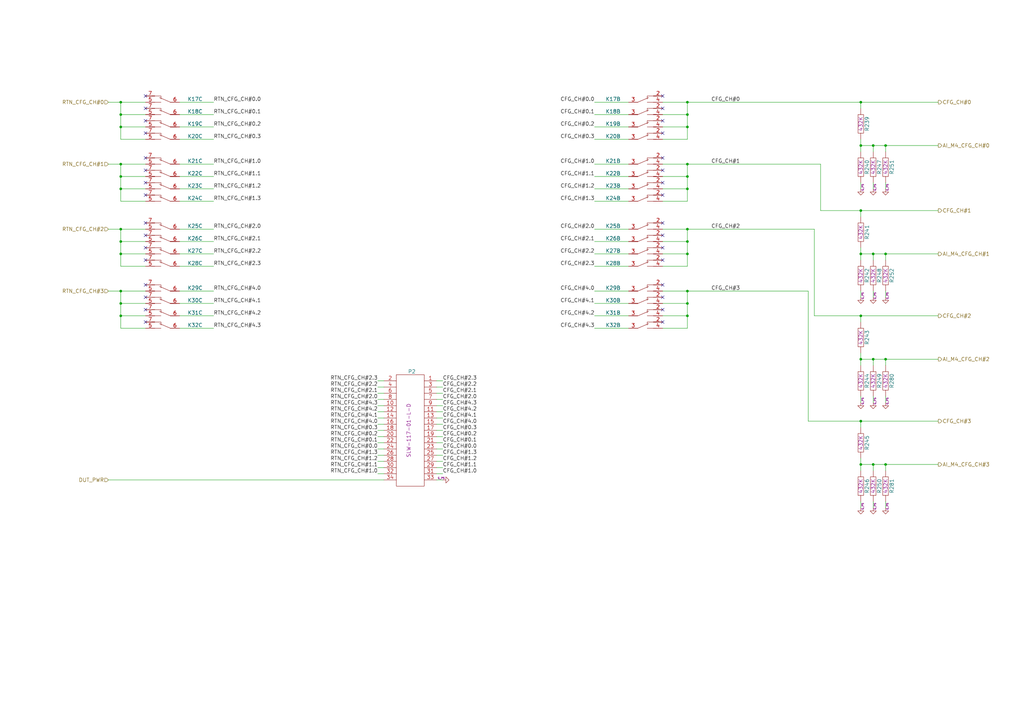
<source format=kicad_sch>
(kicad_sch (version 20250114) (generator "eeschema") (generator_version "9.0")
  (paper "A3")
  (title_block (title "EOL ECU MIX CARD") (date "2023-09-26") (rev "0C") (company "ARXTRON TECHNOLOGIES") (comment 1 "A0180-V0") (comment 2 "PRJ22180") (comment 3 "EOL ECU RCM8 RCM9") (comment 4 "ANTON TOKARSKYI"))
  (lib_symbols
    (symbol "Connector_Samtec:SLW-117-01-L-D_VAR1" (pin_names (offset 1.016))
      (property "Reference" "P" (at -10.16 3.81 0))
      (property "ManufacturerPartNumber" "SLW-117-01-L-D" (at -11.43 -20.32 90))
      (symbol "SLW-117-01-L-D_VAR1_1_1"
        (pin passive line (at -21.59 0 0) (length 5.08) (name "~") (number "2"))
        (pin passive line (at -21.59 -2.54 0) (length 5.08) (name "~") (number "4"))
        (pin passive line (at -21.59 -5.08 0) (length 5.08) (name "~") (number "6"))
        (pin passive line (at -21.59 -7.62 0) (length 5.08) (name "~") (number "8"))
        (pin passive line (at -21.59 -10.16 0) (length 5.08) (name "~") (number "10"))
        (pin passive line (at -21.59 -12.7 0) (length 5.08) (name "~") (number "12"))
        (pin passive line (at -21.59 -15.24 0) (length 5.08) (name "~") (number "14"))
        (pin passive line (at -21.59 -17.78 0) (length 5.08) (name "~") (number "16"))
        (pin passive line (at -21.59 -20.32 0) (length 5.08) (name "~") (number "18"))
        (pin passive line (at -21.59 -22.86 0) (length 5.08) (name "~") (number "20"))
        (pin passive line (at -21.59 -25.4 0) (length 5.08) (name "~") (number "22"))
        (pin passive line (at -21.59 -27.94 0) (length 5.08) (name "~") (number "24"))
        (pin passive line (at -21.59 -30.48 0) (length 5.08) (name "~") (number "26"))
        (pin passive line (at -21.59 -33.02 0) (length 5.08) (name "~") (number "28"))
        (pin passive line (at -21.59 -35.56 0) (length 5.08) (name "~") (number "30"))
        (pin passive line (at -21.59 -38.1 0) (length 5.08) (name "~") (number "32"))
        (pin passive line (at -21.59 -40.64 0) (length 5.08) (name "~") (number "34"))
        (pin passive line (at 0 0 180) (length 5.08) (name "~") (number "1"))
        (pin passive line (at 0 -2.54 180) (length 5.08) (name "~") (number "3"))
        (pin passive line (at 0 -5.08 180) (length 5.08) (name "~") (number "5"))
        (pin passive line (at 0 -7.62 180) (length 5.08) (name "~") (number "7"))
        (pin passive line (at 0 -10.16 180) (length 5.08) (name "~") (number "9"))
        (pin passive line (at 0 -12.7 180) (length 5.08) (name "~") (number "11"))
        (pin passive line (at 0 -15.24 180) (length 5.08) (name "~") (number "13"))
        (pin passive line (at 0 -17.78 180) (length 5.08) (name "~") (number "15"))
        (pin passive line (at 0 -20.32 180) (length 5.08) (name "~") (number "17"))
        (pin passive line (at 0 -22.86 180) (length 5.08) (name "~") (number "19"))
        (pin passive line (at 0 -25.4 180) (length 5.08) (name "~") (number "21"))
        (pin passive line (at 0 -27.94 180) (length 5.08) (name "~") (number "23"))
        (pin passive line (at 0 -30.48 180) (length 5.08) (name "~") (number "25"))
        (pin passive line (at 0 -33.02 180) (length 5.08) (name "~") (number "27"))
        (pin passive line (at 0 -35.56 180) (length 5.08) (name "~") (number "29"))
        (pin passive line (at 0 -38.1 180) (length 5.08) (name "~") (number "31"))
        (pin passive line (at 0 -40.64 180) (length 5.08) (name "~") (number "33"))
      )
    )
    (symbol "Relay_Omron:G6K-2G-Y-TR_DC24_DPDT" (pin_names (offset 0.762))
      (property "Reference" "K" (at 0.635 3.81 0))
      (symbol "G6K-2G-Y-TR_DC24_DPDT_1_1"
        (text "+" (at -4.191 1.905 0) (effects (font (size 1.27 1.27))))
        (pin passive line (at -6.35 0 0) (length 1.905) (name "~") (number "1"))
        (pin passive line (at 7.62 0 180) (length 1.905) (name "~") (number "8"))
      )
      (symbol "G6K-2G-Y-TR_DC24_DPDT_2_1"
        (pin passive line (at -6.35 0 0) (length 3.81) (name "~") (number "3"))
        (pin passive line (at 7.62 2.54 180) (length 3.81) (name "~") (number "2"))
        (pin passive line (at 7.62 0 180) (length 3.81) (name "~") (number "4"))
      )
      (symbol "G6K-2G-Y-TR_DC24_DPDT_3_1"
        (pin passive line (at -6.35 0 0) (length 3.81) (name "~") (number "6"))
        (pin passive line (at 7.62 2.54 180) (length 3.81) (name "~") (number "7"))
        (pin passive line (at 7.62 0 180) (length 3.81) (name "~") (number "5"))
      )
    )
    (symbol "Resistor_Yageo:RT0603BRD07432KL" (pin_numbers (hide yes)) (pin_names (offset 1.016))
      (property "Reference" "R" (at 0 2.54 0))
      (property "Nominal" "432K" (at 0 0 0))
      (symbol "RT0603BRD07432KL_1_1"
        (pin passive line (at -6.35 0 0) (length 2.54) (name "~") (number "1"))
        (pin passive line (at 6.35 0 180) (length 2.54) (name "~") (number "2"))
      )
    )
    (symbol "_power_symbol:GND_PS" (power) (pin_names (offset 0))
      (property "ShortName" "G_PS" (at -0.762 0.635 90))
      (symbol "GND_PS_1_1"
        (pin power_in line (at 0 0 270) (length 0) (hide yes) (name "GND_PS") (number "1"))
      )
    )
  )
  (junction (at 353.06 129.54))
  (junction (at 353.06 86.36))
  (junction (at 353.06 41.91))
  (junction (at 353.06 104.14))
  (junction (at 358.14 190.5))
  (junction (at 281.94 93.98))
  (junction (at 281.94 99.06))
  (junction (at 358.14 147.32))
  (junction (at 49.53 119.38))
  (junction (at 281.94 104.14))
  (junction (at 49.53 124.46))
  (junction (at 358.14 104.14))
  (junction (at 49.53 99.06))
  (junction (at 363.22 59.69))
  (junction (at 49.53 46.99))
  (junction (at 363.22 104.14))
  (junction (at 358.14 59.69))
  (junction (at 49.53 67.31))
  (junction (at 49.53 72.39))
  (junction (at 281.94 46.99))
  (junction (at 49.53 52.07))
  (junction (at 49.53 77.47))
  (junction (at 281.94 119.38))
  (junction (at 363.22 190.5))
  (junction (at 281.94 41.91))
  (junction (at 281.94 124.46))
  (junction (at 281.94 67.31))
  (junction (at 49.53 129.54))
  (junction (at 281.94 72.39))
  (junction (at 281.94 52.07))
  (junction (at 353.06 190.5))
  (junction (at 353.06 172.72))
  (junction (at 363.22 147.32))
  (junction (at 281.94 129.54))
  (junction (at 49.53 93.98))
  (junction (at 353.06 147.32))
  (junction (at 49.53 104.14))
  (junction (at 281.94 77.47))
  (junction (at 353.06 59.69))
  (junction (at 49.53 41.91))
  (no_connect (at 59.69 49.53))
  (no_connect (at 271.78 39.37))
  (no_connect (at 59.69 101.6))
  (no_connect (at 271.78 127))
  (no_connect (at 271.78 74.93))
  (no_connect (at 271.78 106.68))
  (no_connect (at 271.78 80.01))
  (no_connect (at 271.78 44.45))
  (no_connect (at 59.69 54.61))
  (no_connect (at 271.78 132.08))
  (no_connect (at 59.69 64.77))
  (no_connect (at 271.78 54.61))
  (no_connect (at 59.69 132.08))
  (no_connect (at 271.78 49.53))
  (no_connect (at 59.69 116.84))
  (no_connect (at 59.69 121.92))
  (no_connect (at 271.78 121.92))
  (no_connect (at 271.78 101.6))
  (no_connect (at 59.69 91.44))
  (no_connect (at 59.69 127))
  (no_connect (at 271.78 69.85))
  (no_connect (at 59.69 44.45))
  (no_connect (at 271.78 116.84))
  (no_connect (at 59.69 69.85))
  (no_connect (at 271.78 64.77))
  (no_connect (at 59.69 106.68))
  (no_connect (at 271.78 96.52))
  (no_connect (at 59.69 39.37))
  (no_connect (at 59.69 96.52))
  (no_connect (at 59.69 74.93))
  (no_connect (at 59.69 80.01))
  (no_connect (at 271.78 91.44))
  (wire (pts (xy 73.66 104.14) (xy 87.63 104.14)))
  (wire (pts (xy 49.53 67.31) (xy 49.53 72.39)))
  (wire (pts (xy 281.94 41.91) (xy 281.94 46.99)))
  (wire (pts (xy 281.94 119.38) (xy 331.47 119.38)))
  (wire (pts (xy 353.06 86.36) (xy 353.06 88.9)))
  (wire (pts (xy 353.06 190.5) (xy 358.14 190.5)))
  (wire (pts (xy 353.06 59.69) (xy 353.06 62.23)))
  (wire (pts (xy 179.07 166.37) (xy 181.61 166.37)))
  (wire (pts (xy 49.53 93.98) (xy 49.53 99.06)))
  (wire (pts (xy 49.53 104.14) (xy 59.69 104.14)))
  (wire (pts (xy 243.84 82.55) (xy 257.81 82.55)))
  (wire (pts (xy 243.84 41.91) (xy 257.81 41.91)))
  (wire (pts (xy 49.53 46.99) (xy 49.53 52.07)))
  (wire (pts (xy 44.45 41.91) (xy 49.53 41.91)))
  (wire (pts (xy 243.84 124.46) (xy 257.81 124.46)))
  (wire (pts (xy 179.07 179.07) (xy 181.61 179.07)))
  (wire (pts (xy 358.14 59.69) (xy 358.14 62.23)))
  (wire (pts (xy 73.66 93.98) (xy 87.63 93.98)))
  (wire (pts (xy 73.66 72.39) (xy 87.63 72.39)))
  (wire (pts (xy 179.07 176.53) (xy 181.61 176.53)))
  (wire (pts (xy 353.06 187.96) (xy 353.06 190.5)))
  (wire (pts (xy 353.06 190.5) (xy 353.06 193.04)))
  (wire (pts (xy 49.53 124.46) (xy 49.53 129.54)))
  (wire (pts (xy 243.84 77.47) (xy 257.81 77.47)))
  (wire (pts (xy 281.94 134.62) (xy 271.78 134.62)))
  (wire (pts (xy 243.84 129.54) (xy 257.81 129.54)))
  (wire (pts (xy 353.06 205.74) (xy 353.06 208.28)))
  (wire (pts (xy 353.06 41.91) (xy 384.81 41.91)))
  (wire (pts (xy 179.07 156.21) (xy 181.61 156.21)))
  (wire (pts (xy 44.45 196.85) (xy 157.48 196.85)))
  (wire (pts (xy 44.45 119.38) (xy 49.53 119.38)))
  (wire (pts (xy 179.07 168.91) (xy 181.61 168.91)))
  (wire (pts (xy 73.66 67.31) (xy 87.63 67.31)))
  (wire (pts (xy 179.07 171.45) (xy 181.61 171.45)))
  (wire (pts (xy 281.94 82.55) (xy 271.78 82.55)))
  (wire (pts (xy 179.07 161.29) (xy 181.61 161.29)))
  (wire (pts (xy 49.53 99.06) (xy 59.69 99.06)))
  (wire (pts (xy 243.84 99.06) (xy 257.81 99.06)))
  (wire (pts (xy 154.94 179.07) (xy 157.48 179.07)))
  (wire (pts (xy 281.94 124.46) (xy 281.94 129.54)))
  (wire (pts (xy 281.94 124.46) (xy 271.78 124.46)))
  (wire (pts (xy 44.45 67.31) (xy 49.53 67.31)))
  (wire (pts (xy 49.53 109.22) (xy 59.69 109.22)))
  (wire (pts (xy 154.94 161.29) (xy 157.48 161.29)))
  (wire (pts (xy 49.53 134.62) (xy 59.69 134.62)))
  (wire (pts (xy 358.14 59.69) (xy 363.22 59.69)))
  (wire (pts (xy 363.22 190.5) (xy 384.81 190.5)))
  (wire (pts (xy 353.06 41.91) (xy 353.06 44.45)))
  (wire (pts (xy 271.78 99.06) (xy 281.94 99.06)))
  (wire (pts (xy 154.94 186.69) (xy 157.48 186.69)))
  (wire (pts (xy 49.53 72.39) (xy 59.69 72.39)))
  (wire (pts (xy 353.06 86.36) (xy 384.81 86.36)))
  (wire (pts (xy 353.06 59.69) (xy 358.14 59.69)))
  (wire (pts (xy 243.84 72.39) (xy 257.81 72.39)))
  (wire (pts (xy 154.94 166.37) (xy 157.48 166.37)))
  (wire (pts (xy 358.14 104.14) (xy 363.22 104.14)))
  (wire (pts (xy 336.55 86.36) (xy 353.06 86.36)))
  (wire (pts (xy 281.94 67.31) (xy 281.94 72.39)))
  (wire (pts (xy 49.53 129.54) (xy 59.69 129.54)))
  (wire (pts (xy 154.94 156.21) (xy 157.48 156.21)))
  (wire (pts (xy 154.94 158.75) (xy 157.48 158.75)))
  (wire (pts (xy 49.53 129.54) (xy 49.53 134.62)))
  (wire (pts (xy 179.07 196.85) (xy 181.61 196.85)))
  (wire (pts (xy 363.22 162.56) (xy 363.22 165.1)))
  (wire (pts (xy 331.47 172.72) (xy 353.06 172.72)))
  (wire (pts (xy 281.94 93.98) (xy 281.94 99.06)))
  (wire (pts (xy 49.53 119.38) (xy 59.69 119.38)))
  (wire (pts (xy 49.53 46.99) (xy 59.69 46.99)))
  (wire (pts (xy 154.94 171.45) (xy 157.48 171.45)))
  (wire (pts (xy 281.94 77.47) (xy 281.94 82.55)))
  (wire (pts (xy 358.14 119.38) (xy 358.14 121.92)))
  (wire (pts (xy 358.14 205.74) (xy 358.14 208.28)))
  (wire (pts (xy 179.07 181.61) (xy 181.61 181.61)))
  (wire (pts (xy 336.55 67.31) (xy 336.55 86.36)))
  (wire (pts (xy 281.94 119.38) (xy 281.94 124.46)))
  (wire (pts (xy 154.94 163.83) (xy 157.48 163.83)))
  (wire (pts (xy 243.84 57.15) (xy 257.81 57.15)))
  (wire (pts (xy 154.94 176.53) (xy 157.48 176.53)))
  (wire (pts (xy 363.22 104.14) (xy 363.22 106.68)))
  (wire (pts (xy 358.14 162.56) (xy 358.14 165.1)))
  (wire (pts (xy 281.94 93.98) (xy 334.01 93.98)))
  (wire (pts (xy 281.94 72.39) (xy 281.94 77.47)))
  (wire (pts (xy 353.06 101.6) (xy 353.06 104.14)))
  (wire (pts (xy 334.01 93.98) (xy 334.01 129.54)))
  (wire (pts (xy 353.06 147.32) (xy 358.14 147.32)))
  (wire (pts (xy 271.78 129.54) (xy 281.94 129.54)))
  (wire (pts (xy 281.94 77.47) (xy 271.78 77.47)))
  (wire (pts (xy 73.66 99.06) (xy 87.63 99.06)))
  (wire (pts (xy 353.06 104.14) (xy 358.14 104.14)))
  (wire (pts (xy 73.66 129.54) (xy 87.63 129.54)))
  (wire (pts (xy 281.94 104.14) (xy 271.78 104.14)))
  (wire (pts (xy 243.84 134.62) (xy 257.81 134.62)))
  (wire (pts (xy 73.66 46.99) (xy 87.63 46.99)))
  (wire (pts (xy 73.66 77.47) (xy 87.63 77.47)))
  (wire (pts (xy 49.53 77.47) (xy 49.53 82.55)))
  (wire (pts (xy 353.06 172.72) (xy 384.81 172.72)))
  (wire (pts (xy 49.53 119.38) (xy 49.53 124.46)))
  (wire (pts (xy 73.66 52.07) (xy 87.63 52.07)))
  (wire (pts (xy 281.94 72.39) (xy 271.78 72.39)))
  (wire (pts (xy 363.22 104.14) (xy 384.81 104.14)))
  (wire (pts (xy 154.94 191.77) (xy 157.48 191.77)))
  (wire (pts (xy 281.94 46.99) (xy 281.94 52.07)))
  (wire (pts (xy 49.53 72.39) (xy 49.53 77.47)))
  (wire (pts (xy 353.06 119.38) (xy 353.06 121.92)))
  (wire (pts (xy 73.66 41.91) (xy 87.63 41.91)))
  (wire (pts (xy 49.53 93.98) (xy 59.69 93.98)))
  (wire (pts (xy 49.53 77.47) (xy 59.69 77.47)))
  (wire (pts (xy 179.07 173.99) (xy 181.61 173.99)))
  (wire (pts (xy 281.94 119.38) (xy 271.78 119.38)))
  (wire (pts (xy 334.01 129.54) (xy 353.06 129.54)))
  (wire (pts (xy 281.94 41.91) (xy 353.06 41.91)))
  (wire (pts (xy 179.07 194.31) (xy 181.61 194.31)))
  (wire (pts (xy 49.53 41.91) (xy 49.53 46.99)))
  (wire (pts (xy 281.94 93.98) (xy 271.78 93.98)))
  (wire (pts (xy 154.94 168.91) (xy 157.48 168.91)))
  (wire (pts (xy 179.07 186.69) (xy 181.61 186.69)))
  (wire (pts (xy 281.94 129.54) (xy 281.94 134.62)))
  (wire (pts (xy 281.94 99.06) (xy 281.94 104.14)))
  (wire (pts (xy 73.66 109.22) (xy 87.63 109.22)))
  (wire (pts (xy 179.07 158.75) (xy 181.61 158.75)))
  (wire (pts (xy 73.66 119.38) (xy 87.63 119.38)))
  (wire (pts (xy 363.22 205.74) (xy 363.22 208.28)))
  (wire (pts (xy 49.53 82.55) (xy 59.69 82.55)))
  (wire (pts (xy 363.22 190.5) (xy 363.22 193.04)))
  (wire (pts (xy 353.06 74.93) (xy 353.06 77.47)))
  (wire (pts (xy 243.84 52.07) (xy 257.81 52.07)))
  (wire (pts (xy 353.06 104.14) (xy 353.06 106.68)))
  (wire (pts (xy 358.14 190.5) (xy 363.22 190.5)))
  (wire (pts (xy 363.22 59.69) (xy 363.22 62.23)))
  (wire (pts (xy 73.66 124.46) (xy 87.63 124.46)))
  (wire (pts (xy 363.22 119.38) (xy 363.22 121.92)))
  (wire (pts (xy 243.84 46.99) (xy 257.81 46.99)))
  (wire (pts (xy 281.94 109.22) (xy 271.78 109.22)))
  (wire (pts (xy 281.94 57.15) (xy 271.78 57.15)))
  (wire (pts (xy 179.07 191.77) (xy 181.61 191.77)))
  (wire (pts (xy 281.94 41.91) (xy 271.78 41.91)))
  (wire (pts (xy 73.66 134.62) (xy 87.63 134.62)))
  (wire (pts (xy 353.06 129.54) (xy 353.06 132.08)))
  (wire (pts (xy 49.53 67.31) (xy 59.69 67.31)))
  (wire (pts (xy 179.07 184.15) (xy 181.61 184.15)))
  (wire (pts (xy 154.94 189.23) (xy 157.48 189.23)))
  (wire (pts (xy 353.06 57.15) (xy 353.06 59.69)))
  (wire (pts (xy 363.22 147.32) (xy 363.22 149.86)))
  (wire (pts (xy 281.94 104.14) (xy 281.94 109.22)))
  (wire (pts (xy 73.66 82.55) (xy 87.63 82.55)))
  (wire (pts (xy 281.94 46.99) (xy 271.78 46.99)))
  (wire (pts (xy 363.22 74.93) (xy 363.22 77.47)))
  (wire (pts (xy 358.14 147.32) (xy 363.22 147.32)))
  (wire (pts (xy 243.84 104.14) (xy 257.81 104.14)))
  (wire (pts (xy 243.84 119.38) (xy 257.81 119.38)))
  (wire (pts (xy 363.22 59.69) (xy 384.81 59.69)))
  (wire (pts (xy 49.53 52.07) (xy 59.69 52.07)))
  (wire (pts (xy 353.06 162.56) (xy 353.06 165.1)))
  (wire (pts (xy 281.94 52.07) (xy 271.78 52.07)))
  (wire (pts (xy 243.84 67.31) (xy 257.81 67.31)))
  (wire (pts (xy 331.47 119.38) (xy 331.47 172.72)))
  (wire (pts (xy 49.53 52.07) (xy 49.53 57.15)))
  (wire (pts (xy 358.14 74.93) (xy 358.14 77.47)))
  (wire (pts (xy 358.14 104.14) (xy 358.14 106.68)))
  (wire (pts (xy 179.07 189.23) (xy 181.61 189.23)))
  (wire (pts (xy 281.94 52.07) (xy 281.94 57.15)))
  (wire (pts (xy 363.22 147.32) (xy 384.81 147.32)))
  (wire (pts (xy 49.53 41.91) (xy 59.69 41.91)))
  (wire (pts (xy 73.66 57.15) (xy 87.63 57.15)))
  (wire (pts (xy 154.94 181.61) (xy 157.48 181.61)))
  (wire (pts (xy 353.06 147.32) (xy 353.06 149.86)))
  (wire (pts (xy 281.94 67.31) (xy 336.55 67.31)))
  (wire (pts (xy 271.78 67.31) (xy 281.94 67.31)))
  (wire (pts (xy 353.06 172.72) (xy 353.06 175.26)))
  (wire (pts (xy 49.53 99.06) (xy 49.53 104.14)))
  (wire (pts (xy 49.53 124.46) (xy 59.69 124.46)))
  (wire (pts (xy 353.06 129.54) (xy 384.81 129.54)))
  (wire (pts (xy 243.84 93.98) (xy 257.81 93.98)))
  (wire (pts (xy 358.14 147.32) (xy 358.14 149.86)))
  (wire (pts (xy 154.94 173.99) (xy 157.48 173.99)))
  (wire (pts (xy 154.94 194.31) (xy 157.48 194.31)))
  (wire (pts (xy 353.06 144.78) (xy 353.06 147.32)))
  (wire (pts (xy 49.53 57.15) (xy 59.69 57.15)))
  (wire (pts (xy 358.14 190.5) (xy 358.14 193.04)))
  (wire (pts (xy 154.94 184.15) (xy 157.48 184.15)))
  (wire (pts (xy 44.45 93.98) (xy 49.53 93.98)))
  (wire (pts (xy 243.84 109.22) (xy 257.81 109.22)))
  (wire (pts (xy 179.07 163.83) (xy 181.61 163.83)))
  (wire (pts (xy 49.53 104.14) (xy 49.53 109.22)))
  (label "RTN_CFG_CH#0.2" (at 154.94 179.07 180) (effects (font (size 1.524 1.524))))
  (label "CFG_CH#0.0" (at 181.61 184.15 0) (effects (font (size 1.524 1.524))))
  (label "CFG_CH#1.0" (at 243.84 67.31 180) (effects (font (size 1.524 1.524))))
  (label "RTN_CFG_CH#0.0" (at 87.63 41.91 0) (effects (font (size 1.524 1.524))))
  (label "RTN_CFG_CH#4.3" (at 87.63 134.62 0) (effects (font (size 1.524 1.524))))
  (label "CFG_CH#0.1" (at 243.84 46.99 180) (effects (font (size 1.524 1.524))))
  (label "RTN_CFG_CH#0.0" (at 154.94 184.15 180) (effects (font (size 1.524 1.524))))
  (label "RTN_CFG_CH#4.1" (at 154.94 171.45 180) (effects (font (size 1.524 1.524))))
  (label "RTN_CFG_CH#1.3" (at 154.94 186.69 180) (effects (font (size 1.524 1.524))))
  (label "CFG_CH#0.2" (at 243.84 52.07 180) (effects (font (size 1.524 1.524))))
  (label "RTN_CFG_CH#1.2" (at 154.94 189.23 180) (effects (font (size 1.524 1.524))))
  (label "CFG_CH#1.2" (at 243.84 77.47 180) (effects (font (size 1.524 1.524))))
  (label "CFG_CH#2.3" (at 181.61 156.21 0) (effects (font (size 1.524 1.524))))
  (label "RTN_CFG_CH#1.0" (at 87.63 67.31 0) (effects (font (size 1.524 1.524))))
  (label "CFG_CH#2.3" (at 243.84 109.22 180) (effects (font (size 1.524 1.524))))
  (label "CFG_CH#4.1" (at 181.61 171.45 0) (effects (font (size 1.524 1.524))))
  (label "RTN_CFG_CH#2.3" (at 154.94 156.21 180) (effects (font (size 1.524 1.524))))
  (label "CFG_CH#2.2" (at 243.84 104.14 180) (effects (font (size 1.524 1.524))))
  (label "CFG_CH#0.3" (at 181.61 176.53 0) (effects (font (size 1.524 1.524))))
  (label "CFG_CH#4.2" (at 243.84 129.54 180) (effects (font (size 1.524 1.524))))
  (label "RTN_CFG_CH#2.3" (at 87.63 109.22 0) (effects (font (size 1.524 1.524))))
  (label "CFG_CH#0" (at 303.53 41.91 180) (effects (font (size 1.524 1.524))))
  (label "CFG_CH#4.3" (at 181.61 166.37 0) (effects (font (size 1.524 1.524))))
  (label "RTN_CFG_CH#0.1" (at 87.63 46.99 0) (effects (font (size 1.524 1.524))))
  (label "CFG_CH#1.3" (at 181.61 186.69 0) (effects (font (size 1.524 1.524))))
  (label "RTN_CFG_CH#4.2" (at 87.63 129.54 0) (effects (font (size 1.524 1.524))))
  (label "CFG_CH#3" (at 303.53 119.38 180) (effects (font (size 1.524 1.524))))
  (label "CFG_CH#2.2" (at 181.61 158.75 0) (effects (font (size 1.524 1.524))))
  (label "CFG_CH#4.0" (at 243.84 119.38 180) (effects (font (size 1.524 1.524))))
  (label "RTN_CFG_CH#4.2" (at 154.94 168.91 180) (effects (font (size 1.524 1.524))))
  (label "RTN_CFG_CH#2.0" (at 154.94 163.83 180) (effects (font (size 1.524 1.524))))
  (label "CFG_CH#1.1" (at 243.84 72.39 180) (effects (font (size 1.524 1.524))))
  (label "CFG_CH#1.0" (at 181.61 194.31 0) (effects (font (size 1.524 1.524))))
  (label "CFG_CH#4.1" (at 243.84 124.46 180) (effects (font (size 1.524 1.524))))
  (label "RTN_CFG_CH#1.0" (at 154.94 194.31 180) (effects (font (size 1.524 1.524))))
  (label "RTN_CFG_CH#4.0" (at 87.63 119.38 0) (effects (font (size 1.524 1.524))))
  (label "CFG_CH#0.3" (at 243.84 57.15 180) (effects (font (size 1.524 1.524))))
  (label "CFG_CH#4.3" (at 243.84 134.62 180) (effects (font (size 1.524 1.524))))
  (label "RTN_CFG_CH#2.1" (at 154.94 161.29 180) (effects (font (size 1.524 1.524))))
  (label "RTN_CFG_CH#4.3" (at 154.94 166.37 180) (effects (font (size 1.524 1.524))))
  (label "CFG_CH#1.2" (at 181.61 189.23 0) (effects (font (size 1.524 1.524))))
  (label "RTN_CFG_CH#0.3" (at 154.94 176.53 180) (effects (font (size 1.524 1.524))))
  (label "RTN_CFG_CH#2.2" (at 87.63 104.14 0) (effects (font (size 1.524 1.524))))
  (label "RTN_CFG_CH#1.2" (at 87.63 77.47 0) (effects (font (size 1.524 1.524))))
  (label "CFG_CH#1.1" (at 181.61 191.77 0) (effects (font (size 1.524 1.524))))
  (label "CFG_CH#1.3" (at 243.84 82.55 180) (effects (font (size 1.524 1.524))))
  (label "RTN_CFG_CH#1.1" (at 154.94 191.77 180) (effects (font (size 1.524 1.524))))
  (label "CFG_CH#2.1" (at 181.61 161.29 0) (effects (font (size 1.524 1.524))))
  (label "CFG_CH#0.0" (at 243.84 41.91 180) (effects (font (size 1.524 1.524))))
  (label "RTN_CFG_CH#2.2" (at 154.94 158.75 180) (effects (font (size 1.524 1.524))))
  (label "RTN_CFG_CH#0.1" (at 154.94 181.61 180) (effects (font (size 1.524 1.524))))
  (label "CFG_CH#4.0" (at 181.61 173.99 0) (effects (font (size 1.524 1.524))))
  (label "CFG_CH#0.2" (at 181.61 179.07 0) (effects (font (size 1.524 1.524))))
  (label "CFG_CH#0.1" (at 181.61 181.61 0) (effects (font (size 1.524 1.524))))
  (label "CFG_CH#4.2" (at 181.61 168.91 0) (effects (font (size 1.524 1.524))))
  (label "RTN_CFG_CH#2.0" (at 87.63 93.98 0) (effects (font (size 1.524 1.524))))
  (label "RTN_CFG_CH#1.3" (at 87.63 82.55 0) (effects (font (size 1.524 1.524))))
  (label "CFG_CH#2.1" (at 243.84 99.06 180) (effects (font (size 1.524 1.524))))
  (label "RTN_CFG_CH#0.3" (at 87.63 57.15 0) (effects (font (size 1.524 1.524))))
  (label "RTN_CFG_CH#4.0" (at 154.94 173.99 180) (effects (font (size 1.524 1.524))))
  (label "CFG_CH#2.0" (at 243.84 93.98 180) (effects (font (size 1.524 1.524))))
  (label "RTN_CFG_CH#1.1" (at 87.63 72.39 0) (effects (font (size 1.524 1.524))))
  (label "CFG_CH#2.0" (at 181.61 163.83 0) (effects (font (size 1.524 1.524))))
  (label "RTN_CFG_CH#2.1" (at 87.63 99.06 0) (effects (font (size 1.524 1.524))))
  (label "RTN_CFG_CH#4.1" (at 87.63 124.46 0) (effects (font (size 1.524 1.524))))
  (label "CFG_CH#1" (at 303.53 67.31 180) (effects (font (size 1.524 1.524))))
  (label "RTN_CFG_CH#0.2" (at 87.63 52.07 0) (effects (font (size 1.524 1.524))))
  (label "CFG_CH#2" (at 303.53 93.98 180) (effects (font (size 1.524 1.524))))
  (hierarchical_label "CFG_CH#0" (shape output) (at 384.81 41.91 0) (effects (font (size 1.524 1.524))))
  (hierarchical_label "RTN_CFG_CH#2" (shape input) (at 44.45 93.98 180) (effects (font (size 1.524 1.524))))
  (hierarchical_label "RTN_CFG_CH#3" (shape input) (at 44.45 119.38 180) (effects (font (size 1.524 1.524))))
  (hierarchical_label "AI_M4_CFG_CH#1" (shape output) (at 384.81 104.14 0) (effects (font (size 1.524 1.524))))
  (hierarchical_label "DUT_PWR" (shape input) (at 44.45 196.85 180) (effects (font (size 1.524 1.524))))
  (hierarchical_label "CFG_CH#1" (shape output) (at 384.81 86.36 0) (effects (font (size 1.524 1.524))))
  (hierarchical_label "AI_M4_CFG_CH#2" (shape output) (at 384.81 147.32 0) (effects (font (size 1.524 1.524))))
  (hierarchical_label "RTN_CFG_CH#1" (shape input) (at 44.45 67.31 180) (effects (font (size 1.524 1.524))))
  (hierarchical_label "AI_M4_CFG_CH#0" (shape output) (at 384.81 59.69 0) (effects (font (size 1.524 1.524))))
  (hierarchical_label "AI_M4_CFG_CH#3" (shape output) (at 384.81 190.5 0) (effects (font (size 1.524 1.524))))
  (hierarchical_label "CFG_CH#3" (shape output) (at 384.81 172.72 0) (effects (font (size 1.524 1.524))))
  (hierarchical_label "RTN_CFG_CH#0" (shape input) (at 44.45 41.91 180) (effects (font (size 1.524 1.524))))
  (hierarchical_label "CFG_CH#2" (shape output) (at 384.81 129.54 0) (effects (font (size 1.524 1.524))))
  (symbol (lib_id "Resistor_Yageo:RT0603BRD07432KL") (at 353.06 95.25 90) (mirror x) (unit 1)
    (property "Reference" "R159" (at 355.6 95.25 0) (effects (font (size 1.524 1.524))))
    (property "Value" "RT0603BRD07432KL" (effects (hide yes)))
    (property "Footprint" "Resistor_Yageo_RC:RESC1608X65N" (effects (hide yes)))
    (property "Description" "RES SMD 432K OHM 0.1% 1/10W 0603" (effects (hide yes)))
    (property "Nominal" "432K" (at 353.06 95.25 0) (effects (font (size 1.524 1.524))))
    (property "Supplier" "Digi-Key" (effects (hide yes)))
    (property "ManufacturerPartNumber" "RT0603BRD07432KL" (effects (hide yes)))
    (property "SupplierPartNumber" "RT0603BRD07432KL-ND" (effects (hide yes)))
    (property "Manufacturer" "Yageo" (effects (hide yes)))
    (instances (project "A0180_eol_ecu_mix" (path "" (reference "R241") (unit 1)) (path "" (reference "R159") (unit 1))))
  )
  (symbol (lib_id "Resistor_Yageo:RT0603BRD07432KL") (at 353.06 138.43 90) (mirror x) (unit 1)
    (property "Reference" "R161" (at 355.6 138.43 0) (effects (font (size 1.524 1.524))))
    (property "Value" "RT0603BRD07432KL" (effects (hide yes)))
    (property "Footprint" "Resistor_Yageo_RC:RESC1608X65N" (effects (hide yes)))
    (property "Description" "RES SMD 432K OHM 0.1% 1/10W 0603" (effects (hide yes)))
    (property "Nominal" "432K" (at 353.06 138.43 0) (effects (font (size 1.524 1.524))))
    (property "Supplier" "Digi-Key" (effects (hide yes)))
    (property "ManufacturerPartNumber" "RT0603BRD07432KL" (effects (hide yes)))
    (property "SupplierPartNumber" "RT0603BRD07432KL-ND" (effects (hide yes)))
    (property "Manufacturer" "Yageo" (effects (hide yes)))
    (instances (project "A0180_eol_ecu_mix" (path "" (reference "R243") (unit 1)) (path "" (reference "R161") (unit 1))))
  )
  (symbol (lib_id "Relay_Omron:G6K-2G-Y-TR_DC24_DPDT") (at 67.31 82.55 0) (mirror y) (unit 3)
    (property "Reference" "K8" (at 80.01 81.28 0) (effects (font (size 1.524 1.524))))
    (property "Value" "G6K-2G-Y-TR_DC24_DPDT" (effects (hide yes)))
    (property "Footprint" "_Relay_Omron:OMRON_G6K-2G-Y" (effects (hide yes)))
    (property "Description" "RELAY TELECOM DPDT 1A 24VDC" (effects (hide yes)))
    (property "ManufacturerPartNumber" "G6K-2G-Y-TR DC24" (effects (hide yes)))
    (property "Manufacturer" "Omron Electronics Inc-EMC Div" (effects (hide yes)))
    (property "SupplierPartNumber" "Z5422TR-ND" (effects (hide yes)))
    (property "Supplier" "Digi-Key" (effects (hide yes)))
    (instances (project "A0180_eol_ecu_mix" (path "" (reference "K24") (unit 3)) (path "" (reference "K8") (unit 3))))
  )
  (symbol (lib_id "_power_symbol:GND_PS") (at 358.14 121.92 0) (mirror y) (unit 1)
    (property "Reference" "#PWR0130" (effects (hide yes)))
    (property "Value" "GND_PS" (effects (hide yes)))
    (property "Name" "GND_PS" (effects (hide yes)))
    (property "ShortName" "G_PS" (at 358.902 121.285 90) (effects (font (size 0.762 0.762))))
    (instances (project "A0176_eol_ecu_backplane" (path "" (reference "#PWR?") (unit 1)) (path "" (reference "#PWR0194") (unit 1)) (path "" (reference "#PWR0403") (unit 1)) (path "" (reference "#PWR0422") (unit 1)) (path "" (reference "#PWR0441") (unit 1)) (path "" (reference "#PWR0365") (unit 1)) (path "" (reference "#PWR0384") (unit 1)) (path "" (reference "#PWR0449") (unit 1)) (path "" (reference "#PWR0251") (unit 1)) (path "" (reference "#PWR0346") (unit 1)) (path "" (reference "#PWR0327") (unit 1)) (path "" (reference "#PWR0308") (unit 1)) (path "" (reference "#PWR0213") (unit 1)) (path "" (reference "#PWR0289") (unit 1)) (path "" (reference "#PWR0232") (unit 1)) (path "" (reference "#PWR0270") (unit 1))) (project "A0180_eol_ecu_mix" (path "" (reference "#PWR0143") (unit 1)) (path "" (reference "#PWR0130") (unit 1))))
  )
  (symbol (lib_id "_power_symbol:GND_PS") (at 363.22 121.92 0) (mirror y) (unit 1)
    (property "Reference" "#PWR0131" (effects (hide yes)))
    (property "Value" "GND_PS" (effects (hide yes)))
    (property "Name" "GND_PS" (effects (hide yes)))
    (property "ShortName" "G_PS" (at 363.982 121.285 90) (effects (font (size 0.762 0.762))))
    (instances (project "A0176_eol_ecu_backplane" (path "" (reference "#PWR?") (unit 1)) (path "" (reference "#PWR0194") (unit 1)) (path "" (reference "#PWR0403") (unit 1)) (path "" (reference "#PWR0422") (unit 1)) (path "" (reference "#PWR0441") (unit 1)) (path "" (reference "#PWR0365") (unit 1)) (path "" (reference "#PWR0384") (unit 1)) (path "" (reference "#PWR0449") (unit 1)) (path "" (reference "#PWR0251") (unit 1)) (path "" (reference "#PWR0346") (unit 1)) (path "" (reference "#PWR0327") (unit 1)) (path "" (reference "#PWR0308") (unit 1)) (path "" (reference "#PWR0213") (unit 1)) (path "" (reference "#PWR0289") (unit 1)) (path "" (reference "#PWR0232") (unit 1)) (path "" (reference "#PWR0270") (unit 1))) (project "A0180_eol_ecu_mix" (path "" (reference "#PWR0147") (unit 1)) (path "" (reference "#PWR0131") (unit 1))))
  )
  (symbol (lib_id "Connector_Samtec:SLW-117-01-L-D_VAR1") (at 179.07 156.21 0) (unit 1)
    (property "Reference" "P1" (at 168.91 152.4 0) (effects (font (size 1.524 1.524))))
    (property "Value" "SLW-117-01-L-D_VAR1" (effects (hide yes)))
    (property "Footprint" "_Connector_Samtec:SAMTEC_SLW-117-01-X-D" (effects (hide yes)))
    (property "Description" "CONN SOCKET 34POS 0.1 GOLD PCB LOW PROFILE" (effects (hide yes)))
    (property "ManufacturerPartNumber" "SLW-117-01-L-D" (at 167.64 176.53 90) (effects (font (size 1.524 1.524))))
    (property "SupplierPartNumber" "SLW-117-01-L-D" (effects (hide yes)))
    (property "Supplier" "Samtec Inc." (effects (hide yes)))
    (property "Manufacturer" "Samtec Inc." (effects (hide yes)))
    (instances (project "A0180_eol_ecu_mix" (path "" (reference "P2") (unit 1)) (path "" (reference "P1") (unit 1))))
  )
  (symbol (lib_id "Resistor_Yageo:RT0603BRD07432KL") (at 358.14 199.39 90) (mirror x) (unit 1)
    (property "Reference" "R168" (at 360.68 199.39 0) (effects (font (size 1.524 1.524))))
    (property "Value" "RT0603BRD07432KL" (effects (hide yes)))
    (property "Footprint" "Resistor_Yageo_RC:RESC1608X65N" (effects (hide yes)))
    (property "Description" "RES SMD 432K OHM 0.1% 1/10W 0603" (effects (hide yes)))
    (property "Nominal" "432K" (at 358.14 199.39 0) (effects (font (size 1.524 1.524))))
    (property "Supplier" "Digi-Key" (effects (hide yes)))
    (property "ManufacturerPartNumber" "RT0603BRD07432KL" (effects (hide yes)))
    (property "SupplierPartNumber" "RT0603BRD07432KL-ND" (effects (hide yes)))
    (property "Manufacturer" "Yageo" (effects (hide yes)))
    (instances (project "A0180_eol_ecu_mix" (path "" (reference "R250") (unit 1)) (path "" (reference "R168") (unit 1))))
  )
  (symbol (lib_id "_power_symbol:GND_PS") (at 353.06 165.1 0) (mirror y) (unit 1)
    (property "Reference" "#PWR0132" (effects (hide yes)))
    (property "Value" "GND_PS" (effects (hide yes)))
    (property "Name" "GND_PS" (effects (hide yes)))
    (property "ShortName" "G_PS" (at 353.822 164.465 90) (effects (font (size 0.762 0.762))))
    (instances (project "A0176_eol_ecu_backplane" (path "" (reference "#PWR?") (unit 1)) (path "" (reference "#PWR0194") (unit 1)) (path "" (reference "#PWR0403") (unit 1)) (path "" (reference "#PWR0422") (unit 1)) (path "" (reference "#PWR0441") (unit 1)) (path "" (reference "#PWR0365") (unit 1)) (path "" (reference "#PWR0384") (unit 1)) (path "" (reference "#PWR0449") (unit 1)) (path "" (reference "#PWR0251") (unit 1)) (path "" (reference "#PWR0346") (unit 1)) (path "" (reference "#PWR0327") (unit 1)) (path "" (reference "#PWR0308") (unit 1)) (path "" (reference "#PWR0213") (unit 1)) (path "" (reference "#PWR0289") (unit 1)) (path "" (reference "#PWR0232") (unit 1)) (path "" (reference "#PWR0270") (unit 1))) (project "A0180_eol_ecu_mix" (path "" (reference "#PWR0140") (unit 1)) (path "" (reference "#PWR0132") (unit 1))))
  )
  (symbol (lib_id "Relay_Omron:G6K-2G-Y-TR_DC24_DPDT") (at 264.16 99.06 0) (unit 2)
    (property "Reference" "K10" (at 251.46 97.79 0) (effects (font (size 1.524 1.524))))
    (property "Value" "G6K-2G-Y-TR_DC24_DPDT" (effects (hide yes)))
    (property "Footprint" "_Relay_Omron:OMRON_G6K-2G-Y" (effects (hide yes)))
    (property "Description" "RELAY TELECOM DPDT 1A 24VDC" (effects (hide yes)))
    (property "ManufacturerPartNumber" "G6K-2G-Y-TR DC24" (effects (hide yes)))
    (property "Manufacturer" "Omron Electronics Inc-EMC Div" (effects (hide yes)))
    (property "SupplierPartNumber" "Z5422TR-ND" (effects (hide yes)))
    (property "Supplier" "Digi-Key" (effects (hide yes)))
    (instances (project "A0180_eol_ecu_mix" (path "" (reference "K26") (unit 2)) (path "" (reference "K10") (unit 2))))
  )
  (symbol (lib_id "Relay_Omron:G6K-2G-Y-TR_DC24_DPDT") (at 264.16 77.47 0) (unit 2)
    (property "Reference" "K7" (at 251.46 76.2 0) (effects (font (size 1.524 1.524))))
    (property "Value" "G6K-2G-Y-TR_DC24_DPDT" (effects (hide yes)))
    (property "Footprint" "_Relay_Omron:OMRON_G6K-2G-Y" (effects (hide yes)))
    (property "Description" "RELAY TELECOM DPDT 1A 24VDC" (effects (hide yes)))
    (property "ManufacturerPartNumber" "G6K-2G-Y-TR DC24" (effects (hide yes)))
    (property "Manufacturer" "Omron Electronics Inc-EMC Div" (effects (hide yes)))
    (property "SupplierPartNumber" "Z5422TR-ND" (effects (hide yes)))
    (property "Supplier" "Digi-Key" (effects (hide yes)))
    (instances (project "A0180_eol_ecu_mix" (path "" (reference "K23") (unit 2)) (path "" (reference "K7") (unit 2))))
  )
  (symbol (lib_id "Resistor_Yageo:RT0603BRD07432KL") (at 353.06 156.21 90) (mirror x) (unit 1)
    (property "Reference" "R162" (at 355.6 156.21 0) (effects (font (size 1.524 1.524))))
    (property "Value" "RT0603BRD07432KL" (effects (hide yes)))
    (property "Footprint" "Resistor_Yageo_RC:RESC1608X65N" (effects (hide yes)))
    (property "Description" "RES SMD 432K OHM 0.1% 1/10W 0603" (effects (hide yes)))
    (property "Nominal" "432K" (at 353.06 156.21 0) (effects (font (size 1.524 1.524))))
    (property "Supplier" "Digi-Key" (effects (hide yes)))
    (property "ManufacturerPartNumber" "RT0603BRD07432KL" (effects (hide yes)))
    (property "SupplierPartNumber" "RT0603BRD07432KL-ND" (effects (hide yes)))
    (property "Manufacturer" "Yageo" (effects (hide yes)))
    (instances (project "A0180_eol_ecu_mix" (path "" (reference "R244") (unit 1)) (path "" (reference "R162") (unit 1))))
  )
  (symbol (lib_id "Resistor_Yageo:RT0603BRD07432KL") (at 353.06 68.58 90) (mirror x) (unit 1)
    (property "Reference" "R158" (at 355.6 68.58 0) (effects (font (size 1.524 1.524))))
    (property "Value" "RT0603BRD07432KL" (effects (hide yes)))
    (property "Footprint" "Resistor_Yageo_RC:RESC1608X65N" (effects (hide yes)))
    (property "Description" "RES SMD 432K OHM 0.1% 1/10W 0603" (effects (hide yes)))
    (property "Nominal" "432K" (at 353.06 68.58 0) (effects (font (size 1.524 1.524))))
    (property "Supplier" "Digi-Key" (effects (hide yes)))
    (property "ManufacturerPartNumber" "RT0603BRD07432KL" (effects (hide yes)))
    (property "SupplierPartNumber" "RT0603BRD07432KL-ND" (effects (hide yes)))
    (property "Manufacturer" "Yageo" (effects (hide yes)))
    (instances (project "A0180_eol_ecu_mix" (path "" (reference "R240") (unit 1)) (path "" (reference "R158") (unit 1))))
  )
  (symbol (lib_id "Relay_Omron:G6K-2G-Y-TR_DC24_DPDT") (at 67.31 67.31 0) (mirror y) (unit 3)
    (property "Reference" "K5" (at 80.01 66.04 0) (effects (font (size 1.524 1.524))))
    (property "Value" "G6K-2G-Y-TR_DC24_DPDT" (effects (hide yes)))
    (property "Footprint" "_Relay_Omron:OMRON_G6K-2G-Y" (effects (hide yes)))
    (property "Description" "RELAY TELECOM DPDT 1A 24VDC" (effects (hide yes)))
    (property "ManufacturerPartNumber" "G6K-2G-Y-TR DC24" (effects (hide yes)))
    (property "Manufacturer" "Omron Electronics Inc-EMC Div" (effects (hide yes)))
    (property "SupplierPartNumber" "Z5422TR-ND" (effects (hide yes)))
    (property "Supplier" "Digi-Key" (effects (hide yes)))
    (instances (project "A0180_eol_ecu_mix" (path "" (reference "K21") (unit 3)) (path "" (reference "K5") (unit 3))))
  )
  (symbol (lib_id "Relay_Omron:G6K-2G-Y-TR_DC24_DPDT") (at 67.31 72.39 0) (mirror y) (unit 3)
    (property "Reference" "K6" (at 80.01 71.12 0) (effects (font (size 1.524 1.524))))
    (property "Value" "G6K-2G-Y-TR_DC24_DPDT" (effects (hide yes)))
    (property "Footprint" "_Relay_Omron:OMRON_G6K-2G-Y" (effects (hide yes)))
    (property "Description" "RELAY TELECOM DPDT 1A 24VDC" (effects (hide yes)))
    (property "ManufacturerPartNumber" "G6K-2G-Y-TR DC24" (effects (hide yes)))
    (property "Manufacturer" "Omron Electronics Inc-EMC Div" (effects (hide yes)))
    (property "SupplierPartNumber" "Z5422TR-ND" (effects (hide yes)))
    (property "Supplier" "Digi-Key" (effects (hide yes)))
    (instances (project "A0180_eol_ecu_mix" (path "" (reference "K22") (unit 3)) (path "" (reference "K6") (unit 3))))
  )
  (symbol (lib_id "Relay_Omron:G6K-2G-Y-TR_DC24_DPDT") (at 67.31 119.38 0) (mirror y) (unit 3)
    (property "Reference" "K13" (at 80.01 118.11 0) (effects (font (size 1.524 1.524))))
    (property "Value" "G6K-2G-Y-TR_DC24_DPDT" (effects (hide yes)))
    (property "Footprint" "_Relay_Omron:OMRON_G6K-2G-Y" (effects (hide yes)))
    (property "Description" "RELAY TELECOM DPDT 1A 24VDC" (effects (hide yes)))
    (property "ManufacturerPartNumber" "G6K-2G-Y-TR DC24" (effects (hide yes)))
    (property "Manufacturer" "Omron Electronics Inc-EMC Div" (effects (hide yes)))
    (property "SupplierPartNumber" "Z5422TR-ND" (effects (hide yes)))
    (property "Supplier" "Digi-Key" (effects (hide yes)))
    (instances (project "A0180_eol_ecu_mix" (path "" (reference "K29") (unit 3)) (path "" (reference "K13") (unit 3))))
  )
  (symbol (lib_id "Relay_Omron:G6K-2G-Y-TR_DC24_DPDT") (at 67.31 93.98 0) (mirror y) (unit 3)
    (property "Reference" "K9" (at 80.01 92.71 0) (effects (font (size 1.524 1.524))))
    (property "Value" "G6K-2G-Y-TR_DC24_DPDT" (effects (hide yes)))
    (property "Footprint" "_Relay_Omron:OMRON_G6K-2G-Y" (effects (hide yes)))
    (property "Description" "RELAY TELECOM DPDT 1A 24VDC" (effects (hide yes)))
    (property "ManufacturerPartNumber" "G6K-2G-Y-TR DC24" (effects (hide yes)))
    (property "Manufacturer" "Omron Electronics Inc-EMC Div" (effects (hide yes)))
    (property "SupplierPartNumber" "Z5422TR-ND" (effects (hide yes)))
    (property "Supplier" "Digi-Key" (effects (hide yes)))
    (instances (project "A0180_eol_ecu_mix" (path "" (reference "K25") (unit 3)) (path "" (reference "K9") (unit 3))))
  )
  (symbol (lib_id "Relay_Omron:G6K-2G-Y-TR_DC24_DPDT") (at 67.31 109.22 0) (mirror y) (unit 3)
    (property "Reference" "K12" (at 80.01 107.95 0) (effects (font (size 1.524 1.524))))
    (property "Value" "G6K-2G-Y-TR_DC24_DPDT" (effects (hide yes)))
    (property "Footprint" "_Relay_Omron:OMRON_G6K-2G-Y" (effects (hide yes)))
    (property "Description" "RELAY TELECOM DPDT 1A 24VDC" (effects (hide yes)))
    (property "ManufacturerPartNumber" "G6K-2G-Y-TR DC24" (effects (hide yes)))
    (property "Manufacturer" "Omron Electronics Inc-EMC Div" (effects (hide yes)))
    (property "SupplierPartNumber" "Z5422TR-ND" (effects (hide yes)))
    (property "Supplier" "Digi-Key" (effects (hide yes)))
    (instances (project "A0180_eol_ecu_mix" (path "" (reference "K28") (unit 3)) (path "" (reference "K12") (unit 3))))
  )
  (symbol (lib_id "_power_symbol:GND_PS") (at 181.61 196.85 90) (mirror x) (unit 1)
    (property "Reference" "#PWR0113" (effects (hide yes)))
    (property "Value" "GND_PS" (effects (hide yes)))
    (property "Name" "GND_PS" (effects (hide yes)))
    (property "ShortName" "G_PS" (at 180.975 196.088 90) (effects (font (size 0.762 0.762))))
    (instances (project "A0176_eol_ecu_backplane" (path "" (reference "#PWR?") (unit 1)) (path "" (reference "#PWR0194") (unit 1)) (path "" (reference "#PWR0403") (unit 1)) (path "" (reference "#PWR0422") (unit 1)) (path "" (reference "#PWR0441") (unit 1)) (path "" (reference "#PWR0365") (unit 1)) (path "" (reference "#PWR0384") (unit 1)) (path "" (reference "#PWR0449") (unit 1)) (path "" (reference "#PWR0251") (unit 1)) (path "" (reference "#PWR0346") (unit 1)) (path "" (reference "#PWR0327") (unit 1)) (path "" (reference "#PWR0308") (unit 1)) (path "" (reference "#PWR0213") (unit 1)) (path "" (reference "#PWR0289") (unit 1)) (path "" (reference "#PWR0232") (unit 1)) (path "" (reference "#PWR0270") (unit 1))) (project "A0180_eol_ecu_mix" (path "" (reference "#PWR0111") (unit 1)) (path "" (reference "#PWR0113") (unit 1))))
  )
  (symbol (lib_id "Relay_Omron:G6K-2G-Y-TR_DC24_DPDT") (at 264.16 134.62 0) (unit 2)
    (property "Reference" "K16" (at 251.46 133.35 0) (effects (font (size 1.524 1.524))))
    (property "Value" "G6K-2G-Y-TR_DC24_DPDT" (effects (hide yes)))
    (property "Footprint" "_Relay_Omron:OMRON_G6K-2G-Y" (effects (hide yes)))
    (property "Description" "RELAY TELECOM DPDT 1A 24VDC" (effects (hide yes)))
    (property "ManufacturerPartNumber" "G6K-2G-Y-TR DC24" (effects (hide yes)))
    (property "Manufacturer" "Omron Electronics Inc-EMC Div" (effects (hide yes)))
    (property "SupplierPartNumber" "Z5422TR-ND" (effects (hide yes)))
    (property "Supplier" "Digi-Key" (effects (hide yes)))
    (instances (project "A0180_eol_ecu_mix" (path "" (reference "K32") (unit 2)) (path "" (reference "K16") (unit 2))))
  )
  (symbol (lib_id "Relay_Omron:G6K-2G-Y-TR_DC24_DPDT") (at 67.31 134.62 0) (mirror y) (unit 3)
    (property "Reference" "K16" (at 80.01 133.35 0) (effects (font (size 1.524 1.524))))
    (property "Value" "G6K-2G-Y-TR_DC24_DPDT" (effects (hide yes)))
    (property "Footprint" "_Relay_Omron:OMRON_G6K-2G-Y" (effects (hide yes)))
    (property "Description" "RELAY TELECOM DPDT 1A 24VDC" (effects (hide yes)))
    (property "ManufacturerPartNumber" "G6K-2G-Y-TR DC24" (effects (hide yes)))
    (property "Manufacturer" "Omron Electronics Inc-EMC Div" (effects (hide yes)))
    (property "SupplierPartNumber" "Z5422TR-ND" (effects (hide yes)))
    (property "Supplier" "Digi-Key" (effects (hide yes)))
    (instances (project "A0180_eol_ecu_mix" (path "" (reference "K32") (unit 3)) (path "" (reference "K16") (unit 3))))
  )
  (symbol (lib_id "Relay_Omron:G6K-2G-Y-TR_DC24_DPDT") (at 67.31 46.99 0) (mirror y) (unit 3)
    (property "Reference" "K2" (at 80.01 45.72 0) (effects (font (size 1.524 1.524))))
    (property "Value" "G6K-2G-Y-TR_DC24_DPDT" (effects (hide yes)))
    (property "Footprint" "_Relay_Omron:OMRON_G6K-2G-Y" (effects (hide yes)))
    (property "Description" "RELAY TELECOM DPDT 1A 24VDC" (effects (hide yes)))
    (property "ManufacturerPartNumber" "G6K-2G-Y-TR DC24" (effects (hide yes)))
    (property "Manufacturer" "Omron Electronics Inc-EMC Div" (effects (hide yes)))
    (property "SupplierPartNumber" "Z5422TR-ND" (effects (hide yes)))
    (property "Supplier" "Digi-Key" (effects (hide yes)))
    (instances (project "A0180_eol_ecu_mix" (path "" (reference "K18") (unit 3)) (path "" (reference "K2") (unit 3))))
  )
  (symbol (lib_id "Resistor_Yageo:RT0603BRD07432KL") (at 363.22 156.21 90) (mirror x) (unit 1)
    (property "Reference" "R237" (at 365.76 156.21 0) (effects (font (size 1.524 1.524))))
    (property "Value" "RT0603BRD07432KL" (effects (hide yes)))
    (property "Footprint" "Resistor_Yageo_RC:RESC1608X65N" (effects (hide yes)))
    (property "Description" "RES SMD 432K OHM 0.1% 1/10W 0603" (effects (hide yes)))
    (property "Nominal" "432K" (at 363.22 156.21 0) (effects (font (size 1.524 1.524))))
    (property "Supplier" "Digi-Key" (effects (hide yes)))
    (property "ManufacturerPartNumber" "RT0603BRD07432KL" (effects (hide yes)))
    (property "SupplierPartNumber" "RT0603BRD07432KL-ND" (effects (hide yes)))
    (property "Manufacturer" "Yageo" (effects (hide yes)))
    (instances (project "A0180_eol_ecu_mix" (path "" (reference "R280") (unit 1)) (path "" (reference "R237") (unit 1))))
  )
  (symbol (lib_id "Resistor_Yageo:RT0603BRD07432KL") (at 363.22 199.39 90) (mirror x) (unit 1)
    (property "Reference" "R238" (at 365.76 199.39 0) (effects (font (size 1.524 1.524))))
    (property "Value" "RT0603BRD07432KL" (effects (hide yes)))
    (property "Footprint" "Resistor_Yageo_RC:RESC1608X65N" (effects (hide yes)))
    (property "Description" "RES SMD 432K OHM 0.1% 1/10W 0603" (effects (hide yes)))
    (property "Nominal" "432K" (at 363.22 199.39 0) (effects (font (size 1.524 1.524))))
    (property "Supplier" "Digi-Key" (effects (hide yes)))
    (property "ManufacturerPartNumber" "RT0603BRD07432KL" (effects (hide yes)))
    (property "SupplierPartNumber" "RT0603BRD07432KL-ND" (effects (hide yes)))
    (property "Manufacturer" "Yageo" (effects (hide yes)))
    (instances (project "A0180_eol_ecu_mix" (path "" (reference "R281") (unit 1)) (path "" (reference "R238") (unit 1))))
  )
  (symbol (lib_id "_power_symbol:GND_PS") (at 358.14 208.28 0) (mirror y) (unit 1)
    (property "Reference" "#PWR0136" (effects (hide yes)))
    (property "Value" "GND_PS" (effects (hide yes)))
    (property "Name" "GND_PS" (effects (hide yes)))
    (property "ShortName" "G_PS" (at 358.902 207.645 90) (effects (font (size 0.762 0.762))))
    (instances (project "A0176_eol_ecu_backplane" (path "" (reference "#PWR?") (unit 1)) (path "" (reference "#PWR0194") (unit 1)) (path "" (reference "#PWR0403") (unit 1)) (path "" (reference "#PWR0422") (unit 1)) (path "" (reference "#PWR0441") (unit 1)) (path "" (reference "#PWR0365") (unit 1)) (path "" (reference "#PWR0384") (unit 1)) (path "" (reference "#PWR0449") (unit 1)) (path "" (reference "#PWR0251") (unit 1)) (path "" (reference "#PWR0346") (unit 1)) (path "" (reference "#PWR0327") (unit 1)) (path "" (reference "#PWR0308") (unit 1)) (path "" (reference "#PWR0213") (unit 1)) (path "" (reference "#PWR0289") (unit 1)) (path "" (reference "#PWR0232") (unit 1)) (path "" (reference "#PWR0270") (unit 1))) (project "A0180_eol_ecu_mix" (path "" (reference "#PWR0145") (unit 1)) (path "" (reference "#PWR0136") (unit 1))))
  )
  (symbol (lib_id "Relay_Omron:G6K-2G-Y-TR_DC24_DPDT") (at 264.16 46.99 0) (unit 2)
    (property "Reference" "K2" (at 251.46 45.72 0) (effects (font (size 1.524 1.524))))
    (property "Value" "G6K-2G-Y-TR_DC24_DPDT" (effects (hide yes)))
    (property "Footprint" "_Relay_Omron:OMRON_G6K-2G-Y" (effects (hide yes)))
    (property "Description" "RELAY TELECOM DPDT 1A 24VDC" (effects (hide yes)))
    (property "ManufacturerPartNumber" "G6K-2G-Y-TR DC24" (effects (hide yes)))
    (property "Manufacturer" "Omron Electronics Inc-EMC Div" (effects (hide yes)))
    (property "SupplierPartNumber" "Z5422TR-ND" (effects (hide yes)))
    (property "Supplier" "Digi-Key" (effects (hide yes)))
    (instances (project "A0180_eol_ecu_mix" (path "" (reference "K18") (unit 2)) (path "" (reference "K2") (unit 2))))
  )
  (symbol (lib_id "Relay_Omron:G6K-2G-Y-TR_DC24_DPDT") (at 67.31 129.54 0) (mirror y) (unit 3)
    (property "Reference" "K15" (at 80.01 128.27 0) (effects (font (size 1.524 1.524))))
    (property "Value" "G6K-2G-Y-TR_DC24_DPDT" (effects (hide yes)))
    (property "Footprint" "_Relay_Omron:OMRON_G6K-2G-Y" (effects (hide yes)))
    (property "Description" "RELAY TELECOM DPDT 1A 24VDC" (effects (hide yes)))
    (property "ManufacturerPartNumber" "G6K-2G-Y-TR DC24" (effects (hide yes)))
    (property "Manufacturer" "Omron Electronics Inc-EMC Div" (effects (hide yes)))
    (property "SupplierPartNumber" "Z5422TR-ND" (effects (hide yes)))
    (property "Supplier" "Digi-Key" (effects (hide yes)))
    (instances (project "A0180_eol_ecu_mix" (path "" (reference "K31") (unit 3)) (path "" (reference "K15") (unit 3))))
  )
  (symbol (lib_id "Relay_Omron:G6K-2G-Y-TR_DC24_DPDT") (at 67.31 77.47 0) (mirror y) (unit 3)
    (property "Reference" "K7" (at 80.01 76.2 0) (effects (font (size 1.524 1.524))))
    (property "Value" "G6K-2G-Y-TR_DC24_DPDT" (effects (hide yes)))
    (property "Footprint" "_Relay_Omron:OMRON_G6K-2G-Y" (effects (hide yes)))
    (property "Description" "RELAY TELECOM DPDT 1A 24VDC" (effects (hide yes)))
    (property "ManufacturerPartNumber" "G6K-2G-Y-TR DC24" (effects (hide yes)))
    (property "Manufacturer" "Omron Electronics Inc-EMC Div" (effects (hide yes)))
    (property "SupplierPartNumber" "Z5422TR-ND" (effects (hide yes)))
    (property "Supplier" "Digi-Key" (effects (hide yes)))
    (instances (project "A0180_eol_ecu_mix" (path "" (reference "K23") (unit 3)) (path "" (reference "K7") (unit 3))))
  )
  (symbol (lib_id "_power_symbol:GND_PS") (at 363.22 208.28 0) (mirror y) (unit 1)
    (property "Reference" "#PWR0137" (effects (hide yes)))
    (property "Value" "GND_PS" (effects (hide yes)))
    (property "Name" "GND_PS" (effects (hide yes)))
    (property "ShortName" "G_PS" (at 363.982 207.645 90) (effects (font (size 0.762 0.762))))
    (instances (project "A0176_eol_ecu_backplane" (path "" (reference "#PWR?") (unit 1)) (path "" (reference "#PWR0194") (unit 1)) (path "" (reference "#PWR0403") (unit 1)) (path "" (reference "#PWR0422") (unit 1)) (path "" (reference "#PWR0441") (unit 1)) (path "" (reference "#PWR0365") (unit 1)) (path "" (reference "#PWR0384") (unit 1)) (path "" (reference "#PWR0449") (unit 1)) (path "" (reference "#PWR0251") (unit 1)) (path "" (reference "#PWR0346") (unit 1)) (path "" (reference "#PWR0327") (unit 1)) (path "" (reference "#PWR0308") (unit 1)) (path "" (reference "#PWR0213") (unit 1)) (path "" (reference "#PWR0289") (unit 1)) (path "" (reference "#PWR0232") (unit 1)) (path "" (reference "#PWR0270") (unit 1))) (project "A0180_eol_ecu_mix" (path "" (reference "#PWR0288") (unit 1)) (path "" (reference "#PWR0137") (unit 1))))
  )
  (symbol (lib_id "Relay_Omron:G6K-2G-Y-TR_DC24_DPDT") (at 67.31 57.15 0) (mirror y) (unit 3)
    (property "Reference" "K4" (at 80.01 55.88 0) (effects (font (size 1.524 1.524))))
    (property "Value" "G6K-2G-Y-TR_DC24_DPDT" (effects (hide yes)))
    (property "Footprint" "_Relay_Omron:OMRON_G6K-2G-Y" (effects (hide yes)))
    (property "Description" "RELAY TELECOM DPDT 1A 24VDC" (effects (hide yes)))
    (property "ManufacturerPartNumber" "G6K-2G-Y-TR DC24" (effects (hide yes)))
    (property "Manufacturer" "Omron Electronics Inc-EMC Div" (effects (hide yes)))
    (property "SupplierPartNumber" "Z5422TR-ND" (effects (hide yes)))
    (property "Supplier" "Digi-Key" (effects (hide yes)))
    (instances (project "A0180_eol_ecu_mix" (path "" (reference "K20") (unit 3)) (path "" (reference "K4") (unit 3))))
  )
  (symbol (lib_id "Relay_Omron:G6K-2G-Y-TR_DC24_DPDT") (at 264.16 52.07 0) (unit 2)
    (property "Reference" "K3" (at 251.46 50.8 0) (effects (font (size 1.524 1.524))))
    (property "Value" "G6K-2G-Y-TR_DC24_DPDT" (effects (hide yes)))
    (property "Footprint" "_Relay_Omron:OMRON_G6K-2G-Y" (effects (hide yes)))
    (property "Description" "RELAY TELECOM DPDT 1A 24VDC" (effects (hide yes)))
    (property "ManufacturerPartNumber" "G6K-2G-Y-TR DC24" (effects (hide yes)))
    (property "Manufacturer" "Omron Electronics Inc-EMC Div" (effects (hide yes)))
    (property "SupplierPartNumber" "Z5422TR-ND" (effects (hide yes)))
    (property "Supplier" "Digi-Key" (effects (hide yes)))
    (instances (project "A0180_eol_ecu_mix" (path "" (reference "K19") (unit 2)) (path "" (reference "K3") (unit 2))))
  )
  (symbol (lib_id "Relay_Omron:G6K-2G-Y-TR_DC24_DPDT") (at 264.16 82.55 0) (unit 2)
    (property "Reference" "K8" (at 251.46 81.28 0) (effects (font (size 1.524 1.524))))
    (property "Value" "G6K-2G-Y-TR_DC24_DPDT" (effects (hide yes)))
    (property "Footprint" "_Relay_Omron:OMRON_G6K-2G-Y" (effects (hide yes)))
    (property "Description" "RELAY TELECOM DPDT 1A 24VDC" (effects (hide yes)))
    (property "ManufacturerPartNumber" "G6K-2G-Y-TR DC24" (effects (hide yes)))
    (property "Manufacturer" "Omron Electronics Inc-EMC Div" (effects (hide yes)))
    (property "SupplierPartNumber" "Z5422TR-ND" (effects (hide yes)))
    (property "Supplier" "Digi-Key" (effects (hide yes)))
    (instances (project "A0180_eol_ecu_mix" (path "" (reference "K24") (unit 2)) (path "" (reference "K8") (unit 2))))
  )
  (symbol (lib_id "Resistor_Yageo:RT0603BRD07432KL") (at 353.06 113.03 90) (mirror x) (unit 1)
    (property "Reference" "R160" (at 355.6 113.03 0) (effects (font (size 1.524 1.524))))
    (property "Value" "RT0603BRD07432KL" (effects (hide yes)))
    (property "Footprint" "Resistor_Yageo_RC:RESC1608X65N" (effects (hide yes)))
    (property "Description" "RES SMD 432K OHM 0.1% 1/10W 0603" (effects (hide yes)))
    (property "Nominal" "432K" (at 353.06 113.03 0) (effects (font (size 1.524 1.524))))
    (property "Supplier" "Digi-Key" (effects (hide yes)))
    (property "ManufacturerPartNumber" "RT0603BRD07432KL" (effects (hide yes)))
    (property "SupplierPartNumber" "RT0603BRD07432KL-ND" (effects (hide yes)))
    (property "Manufacturer" "Yageo" (effects (hide yes)))
    (instances (project "A0180_eol_ecu_mix" (path "" (reference "R242") (unit 1)) (path "" (reference "R160") (unit 1))))
  )
  (symbol (lib_id "Resistor_Yageo:RT0603BRD07432KL") (at 363.22 113.03 90) (mirror x) (unit 1)
    (property "Reference" "R170" (at 365.76 113.03 0) (effects (font (size 1.524 1.524))))
    (property "Value" "RT0603BRD07432KL" (effects (hide yes)))
    (property "Footprint" "Resistor_Yageo_RC:RESC1608X65N" (effects (hide yes)))
    (property "Description" "RES SMD 432K OHM 0.1% 1/10W 0603" (effects (hide yes)))
    (property "Nominal" "432K" (at 363.22 113.03 0) (effects (font (size 1.524 1.524))))
    (property "Supplier" "Digi-Key" (effects (hide yes)))
    (property "ManufacturerPartNumber" "RT0603BRD07432KL" (effects (hide yes)))
    (property "SupplierPartNumber" "RT0603BRD07432KL-ND" (effects (hide yes)))
    (property "Manufacturer" "Yageo" (effects (hide yes)))
    (instances (project "A0180_eol_ecu_mix" (path "" (reference "R252") (unit 1)) (path "" (reference "R170") (unit 1))))
  )
  (symbol (lib_id "Resistor_Yageo:RT0603BRD07432KL") (at 353.06 181.61 90) (mirror x) (unit 1)
    (property "Reference" "R163" (at 355.6 181.61 0) (effects (font (size 1.524 1.524))))
    (property "Value" "RT0603BRD07432KL" (effects (hide yes)))
    (property "Footprint" "Resistor_Yageo_RC:RESC1608X65N" (effects (hide yes)))
    (property "Description" "RES SMD 432K OHM 0.1% 1/10W 0603" (effects (hide yes)))
    (property "Nominal" "432K" (at 353.06 181.61 0) (effects (font (size 1.524 1.524))))
    (property "Supplier" "Digi-Key" (effects (hide yes)))
    (property "ManufacturerPartNumber" "RT0603BRD07432KL" (effects (hide yes)))
    (property "SupplierPartNumber" "RT0603BRD07432KL-ND" (effects (hide yes)))
    (property "Manufacturer" "Yageo" (effects (hide yes)))
    (instances (project "A0180_eol_ecu_mix" (path "" (reference "R245") (unit 1)) (path "" (reference "R163") (unit 1))))
  )
  (symbol (lib_id "Resistor_Yageo:RT0603BRD07432KL") (at 358.14 156.21 90) (mirror x) (unit 1)
    (property "Reference" "R167" (at 360.68 156.21 0) (effects (font (size 1.524 1.524))))
    (property "Value" "RT0603BRD07432KL" (effects (hide yes)))
    (property "Footprint" "Resistor_Yageo_RC:RESC1608X65N" (effects (hide yes)))
    (property "Description" "RES SMD 432K OHM 0.1% 1/10W 0603" (effects (hide yes)))
    (property "Nominal" "432K" (at 358.14 156.21 0) (effects (font (size 1.524 1.524))))
    (property "Supplier" "Digi-Key" (effects (hide yes)))
    (property "ManufacturerPartNumber" "RT0603BRD07432KL" (effects (hide yes)))
    (property "SupplierPartNumber" "RT0603BRD07432KL-ND" (effects (hide yes)))
    (property "Manufacturer" "Yageo" (effects (hide yes)))
    (instances (project "A0180_eol_ecu_mix" (path "" (reference "R249") (unit 1)) (path "" (reference "R167") (unit 1))))
  )
  (symbol (lib_id "Relay_Omron:G6K-2G-Y-TR_DC24_DPDT") (at 264.16 67.31 0) (unit 2)
    (property "Reference" "K5" (at 251.46 66.04 0) (effects (font (size 1.524 1.524))))
    (property "Value" "G6K-2G-Y-TR_DC24_DPDT" (effects (hide yes)))
    (property "Footprint" "_Relay_Omron:OMRON_G6K-2G-Y" (effects (hide yes)))
    (property "Description" "RELAY TELECOM DPDT 1A 24VDC" (effects (hide yes)))
    (property "ManufacturerPartNumber" "G6K-2G-Y-TR DC24" (effects (hide yes)))
    (property "Manufacturer" "Omron Electronics Inc-EMC Div" (effects (hide yes)))
    (property "SupplierPartNumber" "Z5422TR-ND" (effects (hide yes)))
    (property "Supplier" "Digi-Key" (effects (hide yes)))
    (instances (project "A0180_eol_ecu_mix" (path "" (reference "K21") (unit 2)) (path "" (reference "K5") (unit 2))))
  )
  (symbol (lib_id "Relay_Omron:G6K-2G-Y-TR_DC24_DPDT") (at 264.16 119.38 0) (unit 2)
    (property "Reference" "K13" (at 251.46 118.11 0) (effects (font (size 1.524 1.524))))
    (property "Value" "G6K-2G-Y-TR_DC24_DPDT" (effects (hide yes)))
    (property "Footprint" "_Relay_Omron:OMRON_G6K-2G-Y" (effects (hide yes)))
    (property "Description" "RELAY TELECOM DPDT 1A 24VDC" (effects (hide yes)))
    (property "ManufacturerPartNumber" "G6K-2G-Y-TR DC24" (effects (hide yes)))
    (property "Manufacturer" "Omron Electronics Inc-EMC Div" (effects (hide yes)))
    (property "SupplierPartNumber" "Z5422TR-ND" (effects (hide yes)))
    (property "Supplier" "Digi-Key" (effects (hide yes)))
    (instances (project "A0180_eol_ecu_mix" (path "" (reference "K29") (unit 2)) (path "" (reference "K13") (unit 2))))
  )
  (symbol (lib_id "Resistor_Yageo:RT0603BRD07432KL") (at 358.14 68.58 90) (mirror x) (unit 1)
    (property "Reference" "R165" (at 360.68 68.58 0) (effects (font (size 1.524 1.524))))
    (property "Value" "RT0603BRD07432KL" (effects (hide yes)))
    (property "Footprint" "Resistor_Yageo_RC:RESC1608X65N" (effects (hide yes)))
    (property "Description" "RES SMD 432K OHM 0.1% 1/10W 0603" (effects (hide yes)))
    (property "Nominal" "432K" (at 358.14 68.58 0) (effects (font (size 1.524 1.524))))
    (property "Supplier" "Digi-Key" (effects (hide yes)))
    (property "ManufacturerPartNumber" "RT0603BRD07432KL" (effects (hide yes)))
    (property "SupplierPartNumber" "RT0603BRD07432KL-ND" (effects (hide yes)))
    (property "Manufacturer" "Yageo" (effects (hide yes)))
    (instances (project "A0180_eol_ecu_mix" (path "" (reference "R247") (unit 1)) (path "" (reference "R165") (unit 1))))
  )
  (symbol (lib_id "_power_symbol:GND_PS") (at 363.22 165.1 0) (mirror y) (unit 1)
    (property "Reference" "#PWR0134" (effects (hide yes)))
    (property "Value" "GND_PS" (effects (hide yes)))
    (property "Name" "GND_PS" (effects (hide yes)))
    (property "ShortName" "G_PS" (at 363.982 164.465 90) (effects (font (size 0.762 0.762))))
    (instances (project "A0176_eol_ecu_backplane" (path "" (reference "#PWR?") (unit 1)) (path "" (reference "#PWR0194") (unit 1)) (path "" (reference "#PWR0403") (unit 1)) (path "" (reference "#PWR0422") (unit 1)) (path "" (reference "#PWR0441") (unit 1)) (path "" (reference "#PWR0365") (unit 1)) (path "" (reference "#PWR0384") (unit 1)) (path "" (reference "#PWR0449") (unit 1)) (path "" (reference "#PWR0251") (unit 1)) (path "" (reference "#PWR0346") (unit 1)) (path "" (reference "#PWR0327") (unit 1)) (path "" (reference "#PWR0308") (unit 1)) (path "" (reference "#PWR0213") (unit 1)) (path "" (reference "#PWR0289") (unit 1)) (path "" (reference "#PWR0232") (unit 1)) (path "" (reference "#PWR0270") (unit 1))) (project "A0180_eol_ecu_mix" (path "" (reference "#PWR0287") (unit 1)) (path "" (reference "#PWR0134") (unit 1))))
  )
  (symbol (lib_id "Relay_Omron:G6K-2G-Y-TR_DC24_DPDT") (at 264.16 109.22 0) (unit 2)
    (property "Reference" "K12" (at 251.46 107.95 0) (effects (font (size 1.524 1.524))))
    (property "Value" "G6K-2G-Y-TR_DC24_DPDT" (effects (hide yes)))
    (property "Footprint" "_Relay_Omron:OMRON_G6K-2G-Y" (effects (hide yes)))
    (property "Description" "RELAY TELECOM DPDT 1A 24VDC" (effects (hide yes)))
    (property "ManufacturerPartNumber" "G6K-2G-Y-TR DC24" (effects (hide yes)))
    (property "Manufacturer" "Omron Electronics Inc-EMC Div" (effects (hide yes)))
    (property "SupplierPartNumber" "Z5422TR-ND" (effects (hide yes)))
    (property "Supplier" "Digi-Key" (effects (hide yes)))
    (instances (project "A0180_eol_ecu_mix" (path "" (reference "K28") (unit 2)) (path "" (reference "K12") (unit 2))))
  )
  (symbol (lib_id "_power_symbol:GND_PS") (at 353.06 121.92 0) (mirror y) (unit 1)
    (property "Reference" "#PWR0126" (effects (hide yes)))
    (property "Value" "GND_PS" (effects (hide yes)))
    (property "Name" "GND_PS" (effects (hide yes)))
    (property "ShortName" "G_PS" (at 353.822 121.285 90) (effects (font (size 0.762 0.762))))
    (instances (project "A0176_eol_ecu_backplane" (path "" (reference "#PWR?") (unit 1)) (path "" (reference "#PWR0194") (unit 1)) (path "" (reference "#PWR0403") (unit 1)) (path "" (reference "#PWR0422") (unit 1)) (path "" (reference "#PWR0441") (unit 1)) (path "" (reference "#PWR0365") (unit 1)) (path "" (reference "#PWR0384") (unit 1)) (path "" (reference "#PWR0449") (unit 1)) (path "" (reference "#PWR0251") (unit 1)) (path "" (reference "#PWR0346") (unit 1)) (path "" (reference "#PWR0327") (unit 1)) (path "" (reference "#PWR0308") (unit 1)) (path "" (reference "#PWR0213") (unit 1)) (path "" (reference "#PWR0289") (unit 1)) (path "" (reference "#PWR0232") (unit 1)) (path "" (reference "#PWR0270") (unit 1))) (project "A0180_eol_ecu_mix" (path "" (reference "#PWR0118") (unit 1)) (path "" (reference "#PWR0126") (unit 1))))
  )
  (symbol (lib_id "Relay_Omron:G6K-2G-Y-TR_DC24_DPDT") (at 264.16 72.39 0) (unit 2)
    (property "Reference" "K6" (at 251.46 71.12 0) (effects (font (size 1.524 1.524))))
    (property "Value" "G6K-2G-Y-TR_DC24_DPDT" (effects (hide yes)))
    (property "Footprint" "_Relay_Omron:OMRON_G6K-2G-Y" (effects (hide yes)))
    (property "Description" "RELAY TELECOM DPDT 1A 24VDC" (effects (hide yes)))
    (property "ManufacturerPartNumber" "G6K-2G-Y-TR DC24" (effects (hide yes)))
    (property "Manufacturer" "Omron Electronics Inc-EMC Div" (effects (hide yes)))
    (property "SupplierPartNumber" "Z5422TR-ND" (effects (hide yes)))
    (property "Supplier" "Digi-Key" (effects (hide yes)))
    (instances (project "A0180_eol_ecu_mix" (path "" (reference "K22") (unit 2)) (path "" (reference "K6") (unit 2))))
  )
  (symbol (lib_id "_power_symbol:GND_PS") (at 353.06 77.47 0) (mirror y) (unit 1)
    (property "Reference" "#PWR0122" (effects (hide yes)))
    (property "Value" "GND_PS" (effects (hide yes)))
    (property "Name" "GND_PS" (effects (hide yes)))
    (property "ShortName" "G_PS" (at 353.822 76.835 90) (effects (font (size 0.762 0.762))))
    (instances (project "A0176_eol_ecu_backplane" (path "" (reference "#PWR?") (unit 1)) (path "" (reference "#PWR0194") (unit 1)) (path "" (reference "#PWR0403") (unit 1)) (path "" (reference "#PWR0422") (unit 1)) (path "" (reference "#PWR0441") (unit 1)) (path "" (reference "#PWR0365") (unit 1)) (path "" (reference "#PWR0384") (unit 1)) (path "" (reference "#PWR0449") (unit 1)) (path "" (reference "#PWR0251") (unit 1)) (path "" (reference "#PWR0346") (unit 1)) (path "" (reference "#PWR0327") (unit 1)) (path "" (reference "#PWR0308") (unit 1)) (path "" (reference "#PWR0213") (unit 1)) (path "" (reference "#PWR0289") (unit 1)) (path "" (reference "#PWR0232") (unit 1)) (path "" (reference "#PWR0270") (unit 1))) (project "A0180_eol_ecu_mix" (path "" (reference "#PWR0117") (unit 1)) (path "" (reference "#PWR0122") (unit 1))))
  )
  (symbol (lib_id "Relay_Omron:G6K-2G-Y-TR_DC24_DPDT") (at 264.16 104.14 0) (unit 2)
    (property "Reference" "K11" (at 251.46 102.87 0) (effects (font (size 1.524 1.524))))
    (property "Value" "G6K-2G-Y-TR_DC24_DPDT" (effects (hide yes)))
    (property "Footprint" "_Relay_Omron:OMRON_G6K-2G-Y" (effects (hide yes)))
    (property "Description" "RELAY TELECOM DPDT 1A 24VDC" (effects (hide yes)))
    (property "ManufacturerPartNumber" "G6K-2G-Y-TR DC24" (effects (hide yes)))
    (property "Manufacturer" "Omron Electronics Inc-EMC Div" (effects (hide yes)))
    (property "SupplierPartNumber" "Z5422TR-ND" (effects (hide yes)))
    (property "Supplier" "Digi-Key" (effects (hide yes)))
    (instances (project "A0180_eol_ecu_mix" (path "" (reference "K27") (unit 2)) (path "" (reference "K11") (unit 2))))
  )
  (symbol (lib_id "Relay_Omron:G6K-2G-Y-TR_DC24_DPDT") (at 264.16 93.98 0) (unit 2)
    (property "Reference" "K9" (at 251.46 92.71 0) (effects (font (size 1.524 1.524))))
    (property "Value" "G6K-2G-Y-TR_DC24_DPDT" (effects (hide yes)))
    (property "Footprint" "_Relay_Omron:OMRON_G6K-2G-Y" (effects (hide yes)))
    (property "Description" "RELAY TELECOM DPDT 1A 24VDC" (effects (hide yes)))
    (property "ManufacturerPartNumber" "G6K-2G-Y-TR DC24" (effects (hide yes)))
    (property "Manufacturer" "Omron Electronics Inc-EMC Div" (effects (hide yes)))
    (property "SupplierPartNumber" "Z5422TR-ND" (effects (hide yes)))
    (property "Supplier" "Digi-Key" (effects (hide yes)))
    (instances (project "A0180_eol_ecu_mix" (path "" (reference "K25") (unit 2)) (path "" (reference "K9") (unit 2))))
  )
  (symbol (lib_id "_power_symbol:GND_PS") (at 358.14 165.1 0) (mirror y) (unit 1)
    (property "Reference" "#PWR0133" (effects (hide yes)))
    (property "Value" "GND_PS" (effects (hide yes)))
    (property "Name" "GND_PS" (effects (hide yes)))
    (property "ShortName" "G_PS" (at 358.902 164.465 90) (effects (font (size 0.762 0.762))))
    (instances (project "A0176_eol_ecu_backplane" (path "" (reference "#PWR?") (unit 1)) (path "" (reference "#PWR0194") (unit 1)) (path "" (reference "#PWR0403") (unit 1)) (path "" (reference "#PWR0422") (unit 1)) (path "" (reference "#PWR0441") (unit 1)) (path "" (reference "#PWR0365") (unit 1)) (path "" (reference "#PWR0384") (unit 1)) (path "" (reference "#PWR0449") (unit 1)) (path "" (reference "#PWR0251") (unit 1)) (path "" (reference "#PWR0346") (unit 1)) (path "" (reference "#PWR0327") (unit 1)) (path "" (reference "#PWR0308") (unit 1)) (path "" (reference "#PWR0213") (unit 1)) (path "" (reference "#PWR0289") (unit 1)) (path "" (reference "#PWR0232") (unit 1)) (path "" (reference "#PWR0270") (unit 1))) (project "A0180_eol_ecu_mix" (path "" (reference "#PWR0144") (unit 1)) (path "" (reference "#PWR0133") (unit 1))))
  )
  (symbol (lib_id "Relay_Omron:G6K-2G-Y-TR_DC24_DPDT") (at 264.16 124.46 0) (unit 2)
    (property "Reference" "K14" (at 251.46 123.19 0) (effects (font (size 1.524 1.524))))
    (property "Value" "G6K-2G-Y-TR_DC24_DPDT" (effects (hide yes)))
    (property "Footprint" "_Relay_Omron:OMRON_G6K-2G-Y" (effects (hide yes)))
    (property "Description" "RELAY TELECOM DPDT 1A 24VDC" (effects (hide yes)))
    (property "ManufacturerPartNumber" "G6K-2G-Y-TR DC24" (effects (hide yes)))
    (property "Manufacturer" "Omron Electronics Inc-EMC Div" (effects (hide yes)))
    (property "SupplierPartNumber" "Z5422TR-ND" (effects (hide yes)))
    (property "Supplier" "Digi-Key" (effects (hide yes)))
    (instances (project "A0180_eol_ecu_mix" (path "" (reference "K30") (unit 2)) (path "" (reference "K14") (unit 2))))
  )
  (symbol (lib_id "Resistor_Yageo:RT0603BRD07432KL") (at 358.14 113.03 90) (mirror x) (unit 1)
    (property "Reference" "R166" (at 360.68 113.03 0) (effects (font (size 1.524 1.524))))
    (property "Value" "RT0603BRD07432KL" (effects (hide yes)))
    (property "Footprint" "Resistor_Yageo_RC:RESC1608X65N" (effects (hide yes)))
    (property "Description" "RES SMD 432K OHM 0.1% 1/10W 0603" (effects (hide yes)))
    (property "Nominal" "432K" (at 358.14 113.03 0) (effects (font (size 1.524 1.524))))
    (property "Supplier" "Digi-Key" (effects (hide yes)))
    (property "ManufacturerPartNumber" "RT0603BRD07432KL" (effects (hide yes)))
    (property "SupplierPartNumber" "RT0603BRD07432KL-ND" (effects (hide yes)))
    (property "Manufacturer" "Yageo" (effects (hide yes)))
    (instances (project "A0180_eol_ecu_mix" (path "" (reference "R248") (unit 1)) (path "" (reference "R166") (unit 1))))
  )
  (symbol (lib_id "_power_symbol:GND_PS") (at 363.22 77.47 0) (mirror y) (unit 1)
    (property "Reference" "#PWR0124" (effects (hide yes)))
    (property "Value" "GND_PS" (effects (hide yes)))
    (property "Name" "GND_PS" (effects (hide yes)))
    (property "ShortName" "G_PS" (at 363.982 76.835 90) (effects (font (size 0.762 0.762))))
    (instances (project "A0176_eol_ecu_backplane" (path "" (reference "#PWR?") (unit 1)) (path "" (reference "#PWR0194") (unit 1)) (path "" (reference "#PWR0403") (unit 1)) (path "" (reference "#PWR0422") (unit 1)) (path "" (reference "#PWR0441") (unit 1)) (path "" (reference "#PWR0365") (unit 1)) (path "" (reference "#PWR0384") (unit 1)) (path "" (reference "#PWR0449") (unit 1)) (path "" (reference "#PWR0251") (unit 1)) (path "" (reference "#PWR0346") (unit 1)) (path "" (reference "#PWR0327") (unit 1)) (path "" (reference "#PWR0308") (unit 1)) (path "" (reference "#PWR0213") (unit 1)) (path "" (reference "#PWR0289") (unit 1)) (path "" (reference "#PWR0232") (unit 1)) (path "" (reference "#PWR0270") (unit 1))) (project "A0180_eol_ecu_mix" (path "" (reference "#PWR0146") (unit 1)) (path "" (reference "#PWR0124") (unit 1))))
  )
  (symbol (lib_id "Relay_Omron:G6K-2G-Y-TR_DC24_DPDT") (at 67.31 52.07 0) (mirror y) (unit 3)
    (property "Reference" "K3" (at 80.01 50.8 0) (effects (font (size 1.524 1.524))))
    (property "Value" "G6K-2G-Y-TR_DC24_DPDT" (effects (hide yes)))
    (property "Footprint" "_Relay_Omron:OMRON_G6K-2G-Y" (effects (hide yes)))
    (property "Description" "RELAY TELECOM DPDT 1A 24VDC" (effects (hide yes)))
    (property "ManufacturerPartNumber" "G6K-2G-Y-TR DC24" (effects (hide yes)))
    (property "Manufacturer" "Omron Electronics Inc-EMC Div" (effects (hide yes)))
    (property "SupplierPartNumber" "Z5422TR-ND" (effects (hide yes)))
    (property "Supplier" "Digi-Key" (effects (hide yes)))
    (instances (project "A0180_eol_ecu_mix" (path "" (reference "K19") (unit 3)) (path "" (reference "K3") (unit 3))))
  )
  (symbol (lib_id "Relay_Omron:G6K-2G-Y-TR_DC24_DPDT") (at 67.31 124.46 0) (mirror y) (unit 3)
    (property "Reference" "K14" (at 80.01 123.19 0) (effects (font (size 1.524 1.524))))
    (property "Value" "G6K-2G-Y-TR_DC24_DPDT" (effects (hide yes)))
    (property "Footprint" "_Relay_Omron:OMRON_G6K-2G-Y" (effects (hide yes)))
    (property "Description" "RELAY TELECOM DPDT 1A 24VDC" (effects (hide yes)))
    (property "ManufacturerPartNumber" "G6K-2G-Y-TR DC24" (effects (hide yes)))
    (property "Manufacturer" "Omron Electronics Inc-EMC Div" (effects (hide yes)))
    (property "SupplierPartNumber" "Z5422TR-ND" (effects (hide yes)))
    (property "Supplier" "Digi-Key" (effects (hide yes)))
    (instances (project "A0180_eol_ecu_mix" (path "" (reference "K30") (unit 3)) (path "" (reference "K14") (unit 3))))
  )
  (symbol (lib_id "Relay_Omron:G6K-2G-Y-TR_DC24_DPDT") (at 67.31 99.06 0) (mirror y) (unit 3)
    (property "Reference" "K10" (at 80.01 97.79 0) (effects (font (size 1.524 1.524))))
    (property "Value" "G6K-2G-Y-TR_DC24_DPDT" (effects (hide yes)))
    (property "Footprint" "_Relay_Omron:OMRON_G6K-2G-Y" (effects (hide yes)))
    (property "Description" "RELAY TELECOM DPDT 1A 24VDC" (effects (hide yes)))
    (property "ManufacturerPartNumber" "G6K-2G-Y-TR DC24" (effects (hide yes)))
    (property "Manufacturer" "Omron Electronics Inc-EMC Div" (effects (hide yes)))
    (property "SupplierPartNumber" "Z5422TR-ND" (effects (hide yes)))
    (property "Supplier" "Digi-Key" (effects (hide yes)))
    (instances (project "A0180_eol_ecu_mix" (path "" (reference "K26") (unit 3)) (path "" (reference "K10") (unit 3))))
  )
  (symbol (lib_id "Relay_Omron:G6K-2G-Y-TR_DC24_DPDT") (at 264.16 57.15 0) (unit 2)
    (property "Reference" "K4" (at 251.46 55.88 0) (effects (font (size 1.524 1.524))))
    (property "Value" "G6K-2G-Y-TR_DC24_DPDT" (effects (hide yes)))
    (property "Footprint" "_Relay_Omron:OMRON_G6K-2G-Y" (effects (hide yes)))
    (property "Description" "RELAY TELECOM DPDT 1A 24VDC" (effects (hide yes)))
    (property "ManufacturerPartNumber" "G6K-2G-Y-TR DC24" (effects (hide yes)))
    (property "Manufacturer" "Omron Electronics Inc-EMC Div" (effects (hide yes)))
    (property "SupplierPartNumber" "Z5422TR-ND" (effects (hide yes)))
    (property "Supplier" "Digi-Key" (effects (hide yes)))
    (instances (project "A0180_eol_ecu_mix" (path "" (reference "K20") (unit 2)) (path "" (reference "K4") (unit 2))))
  )
  (symbol (lib_id "_power_symbol:GND_PS") (at 353.06 208.28 0) (mirror y) (unit 1)
    (property "Reference" "#PWR0135" (effects (hide yes)))
    (property "Value" "GND_PS" (effects (hide yes)))
    (property "Name" "GND_PS" (effects (hide yes)))
    (property "ShortName" "G_PS" (at 353.822 207.645 90) (effects (font (size 0.762 0.762))))
    (instances (project "A0176_eol_ecu_backplane" (path "" (reference "#PWR?") (unit 1)) (path "" (reference "#PWR0194") (unit 1)) (path "" (reference "#PWR0403") (unit 1)) (path "" (reference "#PWR0422") (unit 1)) (path "" (reference "#PWR0441") (unit 1)) (path "" (reference "#PWR0365") (unit 1)) (path "" (reference "#PWR0384") (unit 1)) (path "" (reference "#PWR0449") (unit 1)) (path "" (reference "#PWR0251") (unit 1)) (path "" (reference "#PWR0346") (unit 1)) (path "" (reference "#PWR0327") (unit 1)) (path "" (reference "#PWR0308") (unit 1)) (path "" (reference "#PWR0213") (unit 1)) (path "" (reference "#PWR0289") (unit 1)) (path "" (reference "#PWR0232") (unit 1)) (path "" (reference "#PWR0270") (unit 1))) (project "A0180_eol_ecu_mix" (path "" (reference "#PWR0141") (unit 1)) (path "" (reference "#PWR0135") (unit 1))))
  )
  (symbol (lib_id "Relay_Omron:G6K-2G-Y-TR_DC24_DPDT") (at 264.16 41.91 0) (unit 2)
    (property "Reference" "K1" (at 251.46 40.64 0) (effects (font (size 1.524 1.524))))
    (property "Value" "G6K-2G-Y-TR_DC24_DPDT" (effects (hide yes)))
    (property "Footprint" "_Relay_Omron:OMRON_G6K-2G-Y" (effects (hide yes)))
    (property "Description" "RELAY TELECOM DPDT 1A 24VDC" (effects (hide yes)))
    (property "ManufacturerPartNumber" "G6K-2G-Y-TR DC24" (effects (hide yes)))
    (property "Manufacturer" "Omron Electronics Inc-EMC Div" (effects (hide yes)))
    (property "SupplierPartNumber" "Z5422TR-ND" (effects (hide yes)))
    (property "Supplier" "Digi-Key" (effects (hide yes)))
    (instances (project "A0180_eol_ecu_mix" (path "" (reference "K17") (unit 2)) (path "" (reference "K1") (unit 2))))
  )
  (symbol (lib_id "Resistor_Yageo:RT0603BRD07432KL") (at 363.22 68.58 90) (mirror x) (unit 1)
    (property "Reference" "R169" (at 365.76 68.58 0) (effects (font (size 1.524 1.524))))
    (property "Value" "RT0603BRD07432KL" (effects (hide yes)))
    (property "Footprint" "Resistor_Yageo_RC:RESC1608X65N" (effects (hide yes)))
    (property "Description" "RES SMD 432K OHM 0.1% 1/10W 0603" (effects (hide yes)))
    (property "Nominal" "432K" (at 363.22 68.58 0) (effects (font (size 1.524 1.524))))
    (property "Supplier" "Digi-Key" (effects (hide yes)))
    (property "ManufacturerPartNumber" "RT0603BRD07432KL" (effects (hide yes)))
    (property "SupplierPartNumber" "RT0603BRD07432KL-ND" (effects (hide yes)))
    (property "Manufacturer" "Yageo" (effects (hide yes)))
    (instances (project "A0180_eol_ecu_mix" (path "" (reference "R251") (unit 1)) (path "" (reference "R169") (unit 1))))
  )
  (symbol (lib_id "Relay_Omron:G6K-2G-Y-TR_DC24_DPDT") (at 264.16 129.54 0) (unit 2)
    (property "Reference" "K15" (at 251.46 128.27 0) (effects (font (size 1.524 1.524))))
    (property "Value" "G6K-2G-Y-TR_DC24_DPDT" (effects (hide yes)))
    (property "Footprint" "_Relay_Omron:OMRON_G6K-2G-Y" (effects (hide yes)))
    (property "Description" "RELAY TELECOM DPDT 1A 24VDC" (effects (hide yes)))
    (property "ManufacturerPartNumber" "G6K-2G-Y-TR DC24" (effects (hide yes)))
    (property "Manufacturer" "Omron Electronics Inc-EMC Div" (effects (hide yes)))
    (property "SupplierPartNumber" "Z5422TR-ND" (effects (hide yes)))
    (property "Supplier" "Digi-Key" (effects (hide yes)))
    (instances (project "A0180_eol_ecu_mix" (path "" (reference "K31") (unit 2)) (path "" (reference "K15") (unit 2))))
  )
  (symbol (lib_id "Relay_Omron:G6K-2G-Y-TR_DC24_DPDT") (at 67.31 104.14 0) (mirror y) (unit 3)
    (property "Reference" "K11" (at 80.01 102.87 0) (effects (font (size 1.524 1.524))))
    (property "Value" "G6K-2G-Y-TR_DC24_DPDT" (effects (hide yes)))
    (property "Footprint" "_Relay_Omron:OMRON_G6K-2G-Y" (effects (hide yes)))
    (property "Description" "RELAY TELECOM DPDT 1A 24VDC" (effects (hide yes)))
    (property "ManufacturerPartNumber" "G6K-2G-Y-TR DC24" (effects (hide yes)))
    (property "Manufacturer" "Omron Electronics Inc-EMC Div" (effects (hide yes)))
    (property "SupplierPartNumber" "Z5422TR-ND" (effects (hide yes)))
    (property "Supplier" "Digi-Key" (effects (hide yes)))
    (instances (project "A0180_eol_ecu_mix" (path "" (reference "K27") (unit 3)) (path "" (reference "K11") (unit 3))))
  )
  (symbol (lib_id "Resistor_Yageo:RT0603BRD07432KL") (at 353.06 199.39 90) (mirror x) (unit 1)
    (property "Reference" "R164" (at 355.6 199.39 0) (effects (font (size 1.524 1.524))))
    (property "Value" "RT0603BRD07432KL" (effects (hide yes)))
    (property "Footprint" "Resistor_Yageo_RC:RESC1608X65N" (effects (hide yes)))
    (property "Description" "RES SMD 432K OHM 0.1% 1/10W 0603" (effects (hide yes)))
    (property "Nominal" "432K" (at 353.06 199.39 0) (effects (font (size 1.524 1.524))))
    (property "Supplier" "Digi-Key" (effects (hide yes)))
    (property "ManufacturerPartNumber" "RT0603BRD07432KL" (effects (hide yes)))
    (property "SupplierPartNumber" "RT0603BRD07432KL-ND" (effects (hide yes)))
    (property "Manufacturer" "Yageo" (effects (hide yes)))
    (instances (project "A0180_eol_ecu_mix" (path "" (reference "R246") (unit 1)) (path "" (reference "R164") (unit 1))))
  )
  (symbol (lib_id "Resistor_Yageo:RT0603BRD07432KL") (at 353.06 50.8 90) (mirror x) (unit 1)
    (property "Reference" "R157" (at 355.6 50.8 0) (effects (font (size 1.524 1.524))))
    (property "Value" "RT0603BRD07432KL" (effects (hide yes)))
    (property "Footprint" "Resistor_Yageo_RC:RESC1608X65N" (effects (hide yes)))
    (property "Description" "RES SMD 432K OHM 0.1% 1/10W 0603" (effects (hide yes)))
    (property "Nominal" "432K" (at 353.06 50.8 0) (effects (font (size 1.524 1.524))))
    (property "Supplier" "Digi-Key" (effects (hide yes)))
    (property "ManufacturerPartNumber" "RT0603BRD07432KL" (effects (hide yes)))
    (property "SupplierPartNumber" "RT0603BRD07432KL-ND" (effects (hide yes)))
    (property "Manufacturer" "Yageo" (effects (hide yes)))
    (instances (project "A0180_eol_ecu_mix" (path "" (reference "R239") (unit 1)) (path "" (reference "R157") (unit 1))))
  )
  (symbol (lib_id "_power_symbol:GND_PS") (at 358.14 77.47 0) (mirror y) (unit 1)
    (property "Reference" "#PWR0123" (effects (hide yes)))
    (property "Value" "GND_PS" (effects (hide yes)))
    (property "Name" "GND_PS" (effects (hide yes)))
    (property "ShortName" "G_PS" (at 358.902 76.835 90) (effects (font (size 0.762 0.762))))
    (instances (project "A0176_eol_ecu_backplane" (path "" (reference "#PWR?") (unit 1)) (path "" (reference "#PWR0194") (unit 1)) (path "" (reference "#PWR0403") (unit 1)) (path "" (reference "#PWR0422") (unit 1)) (path "" (reference "#PWR0441") (unit 1)) (path "" (reference "#PWR0365") (unit 1)) (path "" (reference "#PWR0384") (unit 1)) (path "" (reference "#PWR0449") (unit 1)) (path "" (reference "#PWR0251") (unit 1)) (path "" (reference "#PWR0346") (unit 1)) (path "" (reference "#PWR0327") (unit 1)) (path "" (reference "#PWR0308") (unit 1)) (path "" (reference "#PWR0213") (unit 1)) (path "" (reference "#PWR0289") (unit 1)) (path "" (reference "#PWR0232") (unit 1)) (path "" (reference "#PWR0270") (unit 1))) (project "A0180_eol_ecu_mix" (path "" (reference "#PWR0142") (unit 1)) (path "" (reference "#PWR0123") (unit 1))))
  )
  (symbol (lib_id "Relay_Omron:G6K-2G-Y-TR_DC24_DPDT") (at 67.31 41.91 0) (mirror y) (unit 3)
    (property "Reference" "K1" (at 80.01 40.64 0) (effects (font (size 1.524 1.524))))
    (property "Value" "G6K-2G-Y-TR_DC24_DPDT" (effects (hide yes)))
    (property "Footprint" "_Relay_Omron:OMRON_G6K-2G-Y" (effects (hide yes)))
    (property "Description" "RELAY TELECOM DPDT 1A 24VDC" (effects (hide yes)))
    (property "ManufacturerPartNumber" "G6K-2G-Y-TR DC24" (effects (hide yes)))
    (property "Manufacturer" "Omron Electronics Inc-EMC Div" (effects (hide yes)))
    (property "SupplierPartNumber" "Z5422TR-ND" (effects (hide yes)))
    (property "Supplier" "Digi-Key" (effects (hide yes)))
    (instances (project "A0180_eol_ecu_mix" (path "" (reference "K17") (unit 3)) (path "" (reference "K1") (unit 3))))
  )
)
</source>
